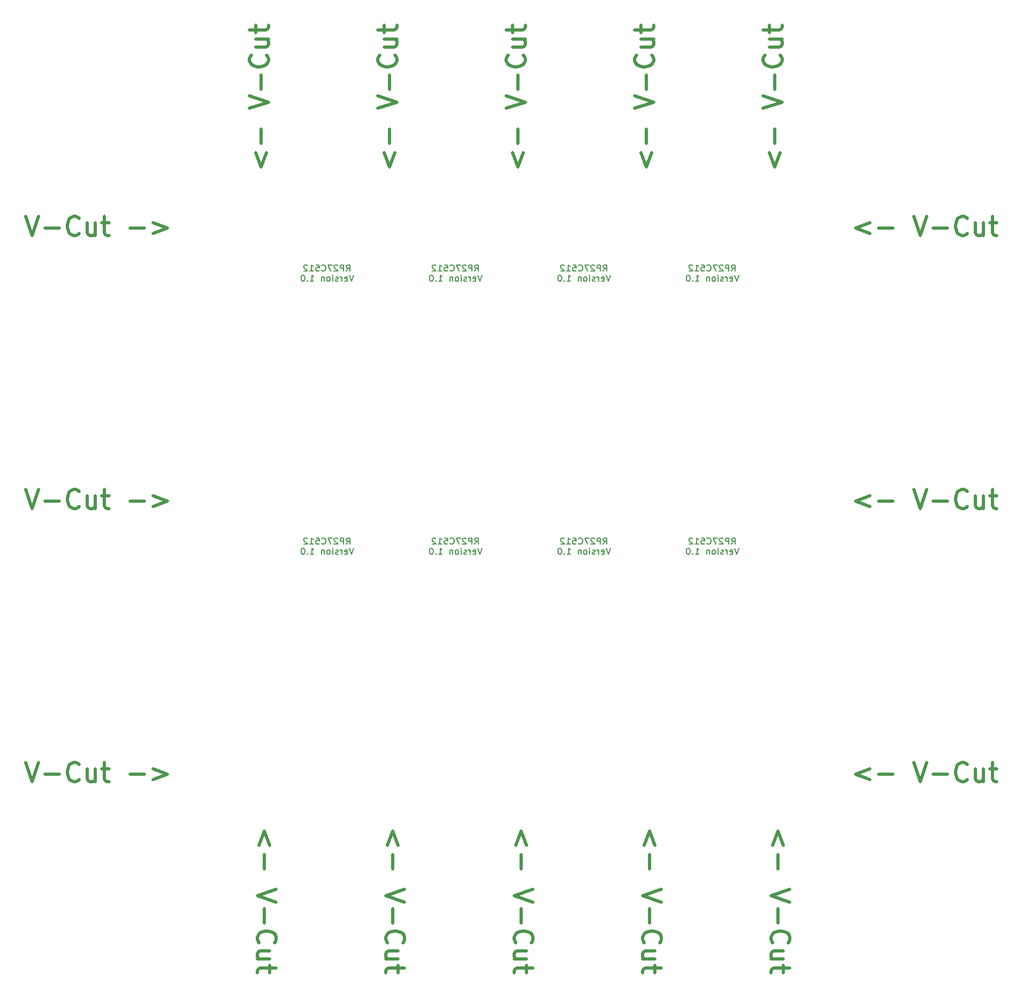
<source format=gbo>
%TF.GenerationSoftware,KiCad,Pcbnew,8.0.6*%
%TF.CreationDate,2024-10-27T05:06:58+09:00*%
%TF.ProjectId,rp27c512-panel,72703237-6335-4313-922d-70616e656c2e,rev?*%
%TF.SameCoordinates,Original*%
%TF.FileFunction,Legend,Bot*%
%TF.FilePolarity,Positive*%
%FSLAX46Y46*%
G04 Gerber Fmt 4.6, Leading zero omitted, Abs format (unit mm)*
G04 Created by KiCad (PCBNEW 8.0.6) date 2024-10-27 05:06:58*
%MOMM*%
%LPD*%
G01*
G04 APERTURE LIST*
%ADD10C,0.500000*%
%ADD11C,0.200000*%
G04 APERTURE END LIST*
D10*
X48874661Y-55026857D02*
X49874661Y-58026857D01*
X49874661Y-58026857D02*
X50874661Y-55026857D01*
X51874661Y-56884000D02*
X54160376Y-56884000D01*
X57303233Y-57741142D02*
X57160376Y-57884000D01*
X57160376Y-57884000D02*
X56731804Y-58026857D01*
X56731804Y-58026857D02*
X56446090Y-58026857D01*
X56446090Y-58026857D02*
X56017519Y-57884000D01*
X56017519Y-57884000D02*
X55731804Y-57598285D01*
X55731804Y-57598285D02*
X55588947Y-57312571D01*
X55588947Y-57312571D02*
X55446090Y-56741142D01*
X55446090Y-56741142D02*
X55446090Y-56312571D01*
X55446090Y-56312571D02*
X55588947Y-55741142D01*
X55588947Y-55741142D02*
X55731804Y-55455428D01*
X55731804Y-55455428D02*
X56017519Y-55169714D01*
X56017519Y-55169714D02*
X56446090Y-55026857D01*
X56446090Y-55026857D02*
X56731804Y-55026857D01*
X56731804Y-55026857D02*
X57160376Y-55169714D01*
X57160376Y-55169714D02*
X57303233Y-55312571D01*
X59874662Y-56026857D02*
X59874662Y-58026857D01*
X58588947Y-56026857D02*
X58588947Y-57598285D01*
X58588947Y-57598285D02*
X58731804Y-57884000D01*
X58731804Y-57884000D02*
X59017519Y-58026857D01*
X59017519Y-58026857D02*
X59446090Y-58026857D01*
X59446090Y-58026857D02*
X59731804Y-57884000D01*
X59731804Y-57884000D02*
X59874662Y-57741142D01*
X60874662Y-56026857D02*
X62017519Y-56026857D01*
X61303233Y-55026857D02*
X61303233Y-57598285D01*
X61303233Y-57598285D02*
X61446090Y-57884000D01*
X61446090Y-57884000D02*
X61731805Y-58026857D01*
X61731805Y-58026857D02*
X62017519Y-58026857D01*
X65303233Y-56884000D02*
X67588948Y-56884000D01*
X69017519Y-56026857D02*
X71303234Y-56884000D01*
X71303234Y-56884000D02*
X69017519Y-57741142D01*
X48874661Y-98206857D02*
X49874661Y-101206857D01*
X49874661Y-101206857D02*
X50874661Y-98206857D01*
X51874661Y-100064000D02*
X54160376Y-100064000D01*
X57303233Y-100921142D02*
X57160376Y-101064000D01*
X57160376Y-101064000D02*
X56731804Y-101206857D01*
X56731804Y-101206857D02*
X56446090Y-101206857D01*
X56446090Y-101206857D02*
X56017519Y-101064000D01*
X56017519Y-101064000D02*
X55731804Y-100778285D01*
X55731804Y-100778285D02*
X55588947Y-100492571D01*
X55588947Y-100492571D02*
X55446090Y-99921142D01*
X55446090Y-99921142D02*
X55446090Y-99492571D01*
X55446090Y-99492571D02*
X55588947Y-98921142D01*
X55588947Y-98921142D02*
X55731804Y-98635428D01*
X55731804Y-98635428D02*
X56017519Y-98349714D01*
X56017519Y-98349714D02*
X56446090Y-98206857D01*
X56446090Y-98206857D02*
X56731804Y-98206857D01*
X56731804Y-98206857D02*
X57160376Y-98349714D01*
X57160376Y-98349714D02*
X57303233Y-98492571D01*
X59874662Y-99206857D02*
X59874662Y-101206857D01*
X58588947Y-99206857D02*
X58588947Y-100778285D01*
X58588947Y-100778285D02*
X58731804Y-101064000D01*
X58731804Y-101064000D02*
X59017519Y-101206857D01*
X59017519Y-101206857D02*
X59446090Y-101206857D01*
X59446090Y-101206857D02*
X59731804Y-101064000D01*
X59731804Y-101064000D02*
X59874662Y-100921142D01*
X60874662Y-99206857D02*
X62017519Y-99206857D01*
X61303233Y-98206857D02*
X61303233Y-100778285D01*
X61303233Y-100778285D02*
X61446090Y-101064000D01*
X61446090Y-101064000D02*
X61731805Y-101206857D01*
X61731805Y-101206857D02*
X62017519Y-101206857D01*
X65303233Y-100064000D02*
X67588948Y-100064000D01*
X69017519Y-99206857D02*
X71303234Y-100064000D01*
X71303234Y-100064000D02*
X69017519Y-100921142D01*
X48874661Y-141386857D02*
X49874661Y-144386857D01*
X49874661Y-144386857D02*
X50874661Y-141386857D01*
X51874661Y-143244000D02*
X54160376Y-143244000D01*
X57303233Y-144101142D02*
X57160376Y-144244000D01*
X57160376Y-144244000D02*
X56731804Y-144386857D01*
X56731804Y-144386857D02*
X56446090Y-144386857D01*
X56446090Y-144386857D02*
X56017519Y-144244000D01*
X56017519Y-144244000D02*
X55731804Y-143958285D01*
X55731804Y-143958285D02*
X55588947Y-143672571D01*
X55588947Y-143672571D02*
X55446090Y-143101142D01*
X55446090Y-143101142D02*
X55446090Y-142672571D01*
X55446090Y-142672571D02*
X55588947Y-142101142D01*
X55588947Y-142101142D02*
X55731804Y-141815428D01*
X55731804Y-141815428D02*
X56017519Y-141529714D01*
X56017519Y-141529714D02*
X56446090Y-141386857D01*
X56446090Y-141386857D02*
X56731804Y-141386857D01*
X56731804Y-141386857D02*
X57160376Y-141529714D01*
X57160376Y-141529714D02*
X57303233Y-141672571D01*
X59874662Y-142386857D02*
X59874662Y-144386857D01*
X58588947Y-142386857D02*
X58588947Y-143958285D01*
X58588947Y-143958285D02*
X58731804Y-144244000D01*
X58731804Y-144244000D02*
X59017519Y-144386857D01*
X59017519Y-144386857D02*
X59446090Y-144386857D01*
X59446090Y-144386857D02*
X59731804Y-144244000D01*
X59731804Y-144244000D02*
X59874662Y-144101142D01*
X60874662Y-142386857D02*
X62017519Y-142386857D01*
X61303233Y-141386857D02*
X61303233Y-143958285D01*
X61303233Y-143958285D02*
X61446090Y-144244000D01*
X61446090Y-144244000D02*
X61731805Y-144386857D01*
X61731805Y-144386857D02*
X62017519Y-144386857D01*
X65303233Y-143244000D02*
X67588948Y-143244000D01*
X69017519Y-142386857D02*
X71303234Y-143244000D01*
X71303234Y-143244000D02*
X69017519Y-144101142D01*
X87483142Y-154458947D02*
X86626000Y-152173232D01*
X86626000Y-152173232D02*
X85768857Y-154458947D01*
X86626000Y-155887518D02*
X86626000Y-158173233D01*
X88483142Y-161458947D02*
X85483142Y-162458947D01*
X85483142Y-162458947D02*
X88483142Y-163458947D01*
X86626000Y-164458947D02*
X86626000Y-166744662D01*
X85768857Y-169887519D02*
X85626000Y-169744662D01*
X85626000Y-169744662D02*
X85483142Y-169316090D01*
X85483142Y-169316090D02*
X85483142Y-169030376D01*
X85483142Y-169030376D02*
X85626000Y-168601805D01*
X85626000Y-168601805D02*
X85911714Y-168316090D01*
X85911714Y-168316090D02*
X86197428Y-168173233D01*
X86197428Y-168173233D02*
X86768857Y-168030376D01*
X86768857Y-168030376D02*
X87197428Y-168030376D01*
X87197428Y-168030376D02*
X87768857Y-168173233D01*
X87768857Y-168173233D02*
X88054571Y-168316090D01*
X88054571Y-168316090D02*
X88340285Y-168601805D01*
X88340285Y-168601805D02*
X88483142Y-169030376D01*
X88483142Y-169030376D02*
X88483142Y-169316090D01*
X88483142Y-169316090D02*
X88340285Y-169744662D01*
X88340285Y-169744662D02*
X88197428Y-169887519D01*
X87483142Y-172458948D02*
X85483142Y-172458948D01*
X87483142Y-171173233D02*
X85911714Y-171173233D01*
X85911714Y-171173233D02*
X85626000Y-171316090D01*
X85626000Y-171316090D02*
X85483142Y-171601805D01*
X85483142Y-171601805D02*
X85483142Y-172030376D01*
X85483142Y-172030376D02*
X85626000Y-172316090D01*
X85626000Y-172316090D02*
X85768857Y-172458948D01*
X87483142Y-173458948D02*
X87483142Y-174601805D01*
X88483142Y-173887519D02*
X85911714Y-173887519D01*
X85911714Y-173887519D02*
X85626000Y-174030376D01*
X85626000Y-174030376D02*
X85483142Y-174316091D01*
X85483142Y-174316091D02*
X85483142Y-174601805D01*
X107803142Y-154458947D02*
X106946000Y-152173232D01*
X106946000Y-152173232D02*
X106088857Y-154458947D01*
X106946000Y-155887518D02*
X106946000Y-158173233D01*
X108803142Y-161458947D02*
X105803142Y-162458947D01*
X105803142Y-162458947D02*
X108803142Y-163458947D01*
X106946000Y-164458947D02*
X106946000Y-166744662D01*
X106088857Y-169887519D02*
X105946000Y-169744662D01*
X105946000Y-169744662D02*
X105803142Y-169316090D01*
X105803142Y-169316090D02*
X105803142Y-169030376D01*
X105803142Y-169030376D02*
X105946000Y-168601805D01*
X105946000Y-168601805D02*
X106231714Y-168316090D01*
X106231714Y-168316090D02*
X106517428Y-168173233D01*
X106517428Y-168173233D02*
X107088857Y-168030376D01*
X107088857Y-168030376D02*
X107517428Y-168030376D01*
X107517428Y-168030376D02*
X108088857Y-168173233D01*
X108088857Y-168173233D02*
X108374571Y-168316090D01*
X108374571Y-168316090D02*
X108660285Y-168601805D01*
X108660285Y-168601805D02*
X108803142Y-169030376D01*
X108803142Y-169030376D02*
X108803142Y-169316090D01*
X108803142Y-169316090D02*
X108660285Y-169744662D01*
X108660285Y-169744662D02*
X108517428Y-169887519D01*
X107803142Y-172458948D02*
X105803142Y-172458948D01*
X107803142Y-171173233D02*
X106231714Y-171173233D01*
X106231714Y-171173233D02*
X105946000Y-171316090D01*
X105946000Y-171316090D02*
X105803142Y-171601805D01*
X105803142Y-171601805D02*
X105803142Y-172030376D01*
X105803142Y-172030376D02*
X105946000Y-172316090D01*
X105946000Y-172316090D02*
X106088857Y-172458948D01*
X107803142Y-173458948D02*
X107803142Y-174601805D01*
X108803142Y-173887519D02*
X106231714Y-173887519D01*
X106231714Y-173887519D02*
X105946000Y-174030376D01*
X105946000Y-174030376D02*
X105803142Y-174316091D01*
X105803142Y-174316091D02*
X105803142Y-174601805D01*
X128123142Y-154458947D02*
X127266000Y-152173232D01*
X127266000Y-152173232D02*
X126408857Y-154458947D01*
X127266000Y-155887518D02*
X127266000Y-158173233D01*
X129123142Y-161458947D02*
X126123142Y-162458947D01*
X126123142Y-162458947D02*
X129123142Y-163458947D01*
X127266000Y-164458947D02*
X127266000Y-166744662D01*
X126408857Y-169887519D02*
X126266000Y-169744662D01*
X126266000Y-169744662D02*
X126123142Y-169316090D01*
X126123142Y-169316090D02*
X126123142Y-169030376D01*
X126123142Y-169030376D02*
X126266000Y-168601805D01*
X126266000Y-168601805D02*
X126551714Y-168316090D01*
X126551714Y-168316090D02*
X126837428Y-168173233D01*
X126837428Y-168173233D02*
X127408857Y-168030376D01*
X127408857Y-168030376D02*
X127837428Y-168030376D01*
X127837428Y-168030376D02*
X128408857Y-168173233D01*
X128408857Y-168173233D02*
X128694571Y-168316090D01*
X128694571Y-168316090D02*
X128980285Y-168601805D01*
X128980285Y-168601805D02*
X129123142Y-169030376D01*
X129123142Y-169030376D02*
X129123142Y-169316090D01*
X129123142Y-169316090D02*
X128980285Y-169744662D01*
X128980285Y-169744662D02*
X128837428Y-169887519D01*
X128123142Y-172458948D02*
X126123142Y-172458948D01*
X128123142Y-171173233D02*
X126551714Y-171173233D01*
X126551714Y-171173233D02*
X126266000Y-171316090D01*
X126266000Y-171316090D02*
X126123142Y-171601805D01*
X126123142Y-171601805D02*
X126123142Y-172030376D01*
X126123142Y-172030376D02*
X126266000Y-172316090D01*
X126266000Y-172316090D02*
X126408857Y-172458948D01*
X128123142Y-173458948D02*
X128123142Y-174601805D01*
X129123142Y-173887519D02*
X126551714Y-173887519D01*
X126551714Y-173887519D02*
X126266000Y-174030376D01*
X126266000Y-174030376D02*
X126123142Y-174316091D01*
X126123142Y-174316091D02*
X126123142Y-174601805D01*
X148443142Y-154458947D02*
X147586000Y-152173232D01*
X147586000Y-152173232D02*
X146728857Y-154458947D01*
X147586000Y-155887518D02*
X147586000Y-158173233D01*
X149443142Y-161458947D02*
X146443142Y-162458947D01*
X146443142Y-162458947D02*
X149443142Y-163458947D01*
X147586000Y-164458947D02*
X147586000Y-166744662D01*
X146728857Y-169887519D02*
X146586000Y-169744662D01*
X146586000Y-169744662D02*
X146443142Y-169316090D01*
X146443142Y-169316090D02*
X146443142Y-169030376D01*
X146443142Y-169030376D02*
X146586000Y-168601805D01*
X146586000Y-168601805D02*
X146871714Y-168316090D01*
X146871714Y-168316090D02*
X147157428Y-168173233D01*
X147157428Y-168173233D02*
X147728857Y-168030376D01*
X147728857Y-168030376D02*
X148157428Y-168030376D01*
X148157428Y-168030376D02*
X148728857Y-168173233D01*
X148728857Y-168173233D02*
X149014571Y-168316090D01*
X149014571Y-168316090D02*
X149300285Y-168601805D01*
X149300285Y-168601805D02*
X149443142Y-169030376D01*
X149443142Y-169030376D02*
X149443142Y-169316090D01*
X149443142Y-169316090D02*
X149300285Y-169744662D01*
X149300285Y-169744662D02*
X149157428Y-169887519D01*
X148443142Y-172458948D02*
X146443142Y-172458948D01*
X148443142Y-171173233D02*
X146871714Y-171173233D01*
X146871714Y-171173233D02*
X146586000Y-171316090D01*
X146586000Y-171316090D02*
X146443142Y-171601805D01*
X146443142Y-171601805D02*
X146443142Y-172030376D01*
X146443142Y-172030376D02*
X146586000Y-172316090D01*
X146586000Y-172316090D02*
X146728857Y-172458948D01*
X148443142Y-173458948D02*
X148443142Y-174601805D01*
X149443142Y-173887519D02*
X146871714Y-173887519D01*
X146871714Y-173887519D02*
X146586000Y-174030376D01*
X146586000Y-174030376D02*
X146443142Y-174316091D01*
X146443142Y-174316091D02*
X146443142Y-174601805D01*
X168763142Y-154458947D02*
X167906000Y-152173232D01*
X167906000Y-152173232D02*
X167048857Y-154458947D01*
X167906000Y-155887518D02*
X167906000Y-158173233D01*
X169763142Y-161458947D02*
X166763142Y-162458947D01*
X166763142Y-162458947D02*
X169763142Y-163458947D01*
X167906000Y-164458947D02*
X167906000Y-166744662D01*
X167048857Y-169887519D02*
X166906000Y-169744662D01*
X166906000Y-169744662D02*
X166763142Y-169316090D01*
X166763142Y-169316090D02*
X166763142Y-169030376D01*
X166763142Y-169030376D02*
X166906000Y-168601805D01*
X166906000Y-168601805D02*
X167191714Y-168316090D01*
X167191714Y-168316090D02*
X167477428Y-168173233D01*
X167477428Y-168173233D02*
X168048857Y-168030376D01*
X168048857Y-168030376D02*
X168477428Y-168030376D01*
X168477428Y-168030376D02*
X169048857Y-168173233D01*
X169048857Y-168173233D02*
X169334571Y-168316090D01*
X169334571Y-168316090D02*
X169620285Y-168601805D01*
X169620285Y-168601805D02*
X169763142Y-169030376D01*
X169763142Y-169030376D02*
X169763142Y-169316090D01*
X169763142Y-169316090D02*
X169620285Y-169744662D01*
X169620285Y-169744662D02*
X169477428Y-169887519D01*
X168763142Y-172458948D02*
X166763142Y-172458948D01*
X168763142Y-171173233D02*
X167191714Y-171173233D01*
X167191714Y-171173233D02*
X166906000Y-171316090D01*
X166906000Y-171316090D02*
X166763142Y-171601805D01*
X166763142Y-171601805D02*
X166763142Y-172030376D01*
X166763142Y-172030376D02*
X166906000Y-172316090D01*
X166906000Y-172316090D02*
X167048857Y-172458948D01*
X168763142Y-173458948D02*
X168763142Y-174601805D01*
X169763142Y-173887519D02*
X167191714Y-173887519D01*
X167191714Y-173887519D02*
X166906000Y-174030376D01*
X166906000Y-174030376D02*
X166763142Y-174316091D01*
X166763142Y-174316091D02*
X166763142Y-174601805D01*
X85236857Y-44931053D02*
X86094000Y-47216767D01*
X86094000Y-47216767D02*
X86951142Y-44931053D01*
X86094000Y-43502481D02*
X86094000Y-41216767D01*
X84236857Y-37931052D02*
X87236857Y-36931052D01*
X87236857Y-36931052D02*
X84236857Y-35931052D01*
X86094000Y-34931052D02*
X86094000Y-32645338D01*
X86951142Y-29502480D02*
X87094000Y-29645337D01*
X87094000Y-29645337D02*
X87236857Y-30073909D01*
X87236857Y-30073909D02*
X87236857Y-30359623D01*
X87236857Y-30359623D02*
X87094000Y-30788194D01*
X87094000Y-30788194D02*
X86808285Y-31073909D01*
X86808285Y-31073909D02*
X86522571Y-31216766D01*
X86522571Y-31216766D02*
X85951142Y-31359623D01*
X85951142Y-31359623D02*
X85522571Y-31359623D01*
X85522571Y-31359623D02*
X84951142Y-31216766D01*
X84951142Y-31216766D02*
X84665428Y-31073909D01*
X84665428Y-31073909D02*
X84379714Y-30788194D01*
X84379714Y-30788194D02*
X84236857Y-30359623D01*
X84236857Y-30359623D02*
X84236857Y-30073909D01*
X84236857Y-30073909D02*
X84379714Y-29645337D01*
X84379714Y-29645337D02*
X84522571Y-29502480D01*
X85236857Y-26931052D02*
X87236857Y-26931052D01*
X85236857Y-28216766D02*
X86808285Y-28216766D01*
X86808285Y-28216766D02*
X87094000Y-28073909D01*
X87094000Y-28073909D02*
X87236857Y-27788194D01*
X87236857Y-27788194D02*
X87236857Y-27359623D01*
X87236857Y-27359623D02*
X87094000Y-27073909D01*
X87094000Y-27073909D02*
X86951142Y-26931052D01*
X85236857Y-25931051D02*
X85236857Y-24788194D01*
X84236857Y-25502480D02*
X86808285Y-25502480D01*
X86808285Y-25502480D02*
X87094000Y-25359623D01*
X87094000Y-25359623D02*
X87236857Y-25073908D01*
X87236857Y-25073908D02*
X87236857Y-24788194D01*
X105556857Y-44931053D02*
X106414000Y-47216767D01*
X106414000Y-47216767D02*
X107271142Y-44931053D01*
X106414000Y-43502481D02*
X106414000Y-41216767D01*
X104556857Y-37931052D02*
X107556857Y-36931052D01*
X107556857Y-36931052D02*
X104556857Y-35931052D01*
X106414000Y-34931052D02*
X106414000Y-32645338D01*
X107271142Y-29502480D02*
X107414000Y-29645337D01*
X107414000Y-29645337D02*
X107556857Y-30073909D01*
X107556857Y-30073909D02*
X107556857Y-30359623D01*
X107556857Y-30359623D02*
X107414000Y-30788194D01*
X107414000Y-30788194D02*
X107128285Y-31073909D01*
X107128285Y-31073909D02*
X106842571Y-31216766D01*
X106842571Y-31216766D02*
X106271142Y-31359623D01*
X106271142Y-31359623D02*
X105842571Y-31359623D01*
X105842571Y-31359623D02*
X105271142Y-31216766D01*
X105271142Y-31216766D02*
X104985428Y-31073909D01*
X104985428Y-31073909D02*
X104699714Y-30788194D01*
X104699714Y-30788194D02*
X104556857Y-30359623D01*
X104556857Y-30359623D02*
X104556857Y-30073909D01*
X104556857Y-30073909D02*
X104699714Y-29645337D01*
X104699714Y-29645337D02*
X104842571Y-29502480D01*
X105556857Y-26931052D02*
X107556857Y-26931052D01*
X105556857Y-28216766D02*
X107128285Y-28216766D01*
X107128285Y-28216766D02*
X107414000Y-28073909D01*
X107414000Y-28073909D02*
X107556857Y-27788194D01*
X107556857Y-27788194D02*
X107556857Y-27359623D01*
X107556857Y-27359623D02*
X107414000Y-27073909D01*
X107414000Y-27073909D02*
X107271142Y-26931052D01*
X105556857Y-25931051D02*
X105556857Y-24788194D01*
X104556857Y-25502480D02*
X107128285Y-25502480D01*
X107128285Y-25502480D02*
X107414000Y-25359623D01*
X107414000Y-25359623D02*
X107556857Y-25073908D01*
X107556857Y-25073908D02*
X107556857Y-24788194D01*
X125876857Y-44931053D02*
X126734000Y-47216767D01*
X126734000Y-47216767D02*
X127591142Y-44931053D01*
X126734000Y-43502481D02*
X126734000Y-41216767D01*
X124876857Y-37931052D02*
X127876857Y-36931052D01*
X127876857Y-36931052D02*
X124876857Y-35931052D01*
X126734000Y-34931052D02*
X126734000Y-32645338D01*
X127591142Y-29502480D02*
X127734000Y-29645337D01*
X127734000Y-29645337D02*
X127876857Y-30073909D01*
X127876857Y-30073909D02*
X127876857Y-30359623D01*
X127876857Y-30359623D02*
X127734000Y-30788194D01*
X127734000Y-30788194D02*
X127448285Y-31073909D01*
X127448285Y-31073909D02*
X127162571Y-31216766D01*
X127162571Y-31216766D02*
X126591142Y-31359623D01*
X126591142Y-31359623D02*
X126162571Y-31359623D01*
X126162571Y-31359623D02*
X125591142Y-31216766D01*
X125591142Y-31216766D02*
X125305428Y-31073909D01*
X125305428Y-31073909D02*
X125019714Y-30788194D01*
X125019714Y-30788194D02*
X124876857Y-30359623D01*
X124876857Y-30359623D02*
X124876857Y-30073909D01*
X124876857Y-30073909D02*
X125019714Y-29645337D01*
X125019714Y-29645337D02*
X125162571Y-29502480D01*
X125876857Y-26931052D02*
X127876857Y-26931052D01*
X125876857Y-28216766D02*
X127448285Y-28216766D01*
X127448285Y-28216766D02*
X127734000Y-28073909D01*
X127734000Y-28073909D02*
X127876857Y-27788194D01*
X127876857Y-27788194D02*
X127876857Y-27359623D01*
X127876857Y-27359623D02*
X127734000Y-27073909D01*
X127734000Y-27073909D02*
X127591142Y-26931052D01*
X125876857Y-25931051D02*
X125876857Y-24788194D01*
X124876857Y-25502480D02*
X127448285Y-25502480D01*
X127448285Y-25502480D02*
X127734000Y-25359623D01*
X127734000Y-25359623D02*
X127876857Y-25073908D01*
X127876857Y-25073908D02*
X127876857Y-24788194D01*
X146196857Y-44931053D02*
X147054000Y-47216767D01*
X147054000Y-47216767D02*
X147911142Y-44931053D01*
X147054000Y-43502481D02*
X147054000Y-41216767D01*
X145196857Y-37931052D02*
X148196857Y-36931052D01*
X148196857Y-36931052D02*
X145196857Y-35931052D01*
X147054000Y-34931052D02*
X147054000Y-32645338D01*
X147911142Y-29502480D02*
X148054000Y-29645337D01*
X148054000Y-29645337D02*
X148196857Y-30073909D01*
X148196857Y-30073909D02*
X148196857Y-30359623D01*
X148196857Y-30359623D02*
X148054000Y-30788194D01*
X148054000Y-30788194D02*
X147768285Y-31073909D01*
X147768285Y-31073909D02*
X147482571Y-31216766D01*
X147482571Y-31216766D02*
X146911142Y-31359623D01*
X146911142Y-31359623D02*
X146482571Y-31359623D01*
X146482571Y-31359623D02*
X145911142Y-31216766D01*
X145911142Y-31216766D02*
X145625428Y-31073909D01*
X145625428Y-31073909D02*
X145339714Y-30788194D01*
X145339714Y-30788194D02*
X145196857Y-30359623D01*
X145196857Y-30359623D02*
X145196857Y-30073909D01*
X145196857Y-30073909D02*
X145339714Y-29645337D01*
X145339714Y-29645337D02*
X145482571Y-29502480D01*
X146196857Y-26931052D02*
X148196857Y-26931052D01*
X146196857Y-28216766D02*
X147768285Y-28216766D01*
X147768285Y-28216766D02*
X148054000Y-28073909D01*
X148054000Y-28073909D02*
X148196857Y-27788194D01*
X148196857Y-27788194D02*
X148196857Y-27359623D01*
X148196857Y-27359623D02*
X148054000Y-27073909D01*
X148054000Y-27073909D02*
X147911142Y-26931052D01*
X146196857Y-25931051D02*
X146196857Y-24788194D01*
X145196857Y-25502480D02*
X147768285Y-25502480D01*
X147768285Y-25502480D02*
X148054000Y-25359623D01*
X148054000Y-25359623D02*
X148196857Y-25073908D01*
X148196857Y-25073908D02*
X148196857Y-24788194D01*
X166516857Y-44931053D02*
X167374000Y-47216767D01*
X167374000Y-47216767D02*
X168231142Y-44931053D01*
X167374000Y-43502481D02*
X167374000Y-41216767D01*
X165516857Y-37931052D02*
X168516857Y-36931052D01*
X168516857Y-36931052D02*
X165516857Y-35931052D01*
X167374000Y-34931052D02*
X167374000Y-32645338D01*
X168231142Y-29502480D02*
X168374000Y-29645337D01*
X168374000Y-29645337D02*
X168516857Y-30073909D01*
X168516857Y-30073909D02*
X168516857Y-30359623D01*
X168516857Y-30359623D02*
X168374000Y-30788194D01*
X168374000Y-30788194D02*
X168088285Y-31073909D01*
X168088285Y-31073909D02*
X167802571Y-31216766D01*
X167802571Y-31216766D02*
X167231142Y-31359623D01*
X167231142Y-31359623D02*
X166802571Y-31359623D01*
X166802571Y-31359623D02*
X166231142Y-31216766D01*
X166231142Y-31216766D02*
X165945428Y-31073909D01*
X165945428Y-31073909D02*
X165659714Y-30788194D01*
X165659714Y-30788194D02*
X165516857Y-30359623D01*
X165516857Y-30359623D02*
X165516857Y-30073909D01*
X165516857Y-30073909D02*
X165659714Y-29645337D01*
X165659714Y-29645337D02*
X165802571Y-29502480D01*
X166516857Y-26931052D02*
X168516857Y-26931052D01*
X166516857Y-28216766D02*
X168088285Y-28216766D01*
X168088285Y-28216766D02*
X168374000Y-28073909D01*
X168374000Y-28073909D02*
X168516857Y-27788194D01*
X168516857Y-27788194D02*
X168516857Y-27359623D01*
X168516857Y-27359623D02*
X168374000Y-27073909D01*
X168374000Y-27073909D02*
X168231142Y-26931052D01*
X166516857Y-25931051D02*
X166516857Y-24788194D01*
X165516857Y-25502480D02*
X168088285Y-25502480D01*
X168088285Y-25502480D02*
X168374000Y-25359623D01*
X168374000Y-25359623D02*
X168516857Y-25073908D01*
X168516857Y-25073908D02*
X168516857Y-24788194D01*
X182398947Y-142386857D02*
X180113232Y-143244000D01*
X180113232Y-143244000D02*
X182398947Y-144101142D01*
X183827518Y-143244000D02*
X186113233Y-143244000D01*
X189398947Y-141386857D02*
X190398947Y-144386857D01*
X190398947Y-144386857D02*
X191398947Y-141386857D01*
X192398947Y-143244000D02*
X194684662Y-143244000D01*
X197827519Y-144101142D02*
X197684662Y-144244000D01*
X197684662Y-144244000D02*
X197256090Y-144386857D01*
X197256090Y-144386857D02*
X196970376Y-144386857D01*
X196970376Y-144386857D02*
X196541805Y-144244000D01*
X196541805Y-144244000D02*
X196256090Y-143958285D01*
X196256090Y-143958285D02*
X196113233Y-143672571D01*
X196113233Y-143672571D02*
X195970376Y-143101142D01*
X195970376Y-143101142D02*
X195970376Y-142672571D01*
X195970376Y-142672571D02*
X196113233Y-142101142D01*
X196113233Y-142101142D02*
X196256090Y-141815428D01*
X196256090Y-141815428D02*
X196541805Y-141529714D01*
X196541805Y-141529714D02*
X196970376Y-141386857D01*
X196970376Y-141386857D02*
X197256090Y-141386857D01*
X197256090Y-141386857D02*
X197684662Y-141529714D01*
X197684662Y-141529714D02*
X197827519Y-141672571D01*
X200398948Y-142386857D02*
X200398948Y-144386857D01*
X199113233Y-142386857D02*
X199113233Y-143958285D01*
X199113233Y-143958285D02*
X199256090Y-144244000D01*
X199256090Y-144244000D02*
X199541805Y-144386857D01*
X199541805Y-144386857D02*
X199970376Y-144386857D01*
X199970376Y-144386857D02*
X200256090Y-144244000D01*
X200256090Y-144244000D02*
X200398948Y-144101142D01*
X201398948Y-142386857D02*
X202541805Y-142386857D01*
X201827519Y-141386857D02*
X201827519Y-143958285D01*
X201827519Y-143958285D02*
X201970376Y-144244000D01*
X201970376Y-144244000D02*
X202256091Y-144386857D01*
X202256091Y-144386857D02*
X202541805Y-144386857D01*
X182398947Y-99206857D02*
X180113232Y-100064000D01*
X180113232Y-100064000D02*
X182398947Y-100921142D01*
X183827518Y-100064000D02*
X186113233Y-100064000D01*
X189398947Y-98206857D02*
X190398947Y-101206857D01*
X190398947Y-101206857D02*
X191398947Y-98206857D01*
X192398947Y-100064000D02*
X194684662Y-100064000D01*
X197827519Y-100921142D02*
X197684662Y-101064000D01*
X197684662Y-101064000D02*
X197256090Y-101206857D01*
X197256090Y-101206857D02*
X196970376Y-101206857D01*
X196970376Y-101206857D02*
X196541805Y-101064000D01*
X196541805Y-101064000D02*
X196256090Y-100778285D01*
X196256090Y-100778285D02*
X196113233Y-100492571D01*
X196113233Y-100492571D02*
X195970376Y-99921142D01*
X195970376Y-99921142D02*
X195970376Y-99492571D01*
X195970376Y-99492571D02*
X196113233Y-98921142D01*
X196113233Y-98921142D02*
X196256090Y-98635428D01*
X196256090Y-98635428D02*
X196541805Y-98349714D01*
X196541805Y-98349714D02*
X196970376Y-98206857D01*
X196970376Y-98206857D02*
X197256090Y-98206857D01*
X197256090Y-98206857D02*
X197684662Y-98349714D01*
X197684662Y-98349714D02*
X197827519Y-98492571D01*
X200398948Y-99206857D02*
X200398948Y-101206857D01*
X199113233Y-99206857D02*
X199113233Y-100778285D01*
X199113233Y-100778285D02*
X199256090Y-101064000D01*
X199256090Y-101064000D02*
X199541805Y-101206857D01*
X199541805Y-101206857D02*
X199970376Y-101206857D01*
X199970376Y-101206857D02*
X200256090Y-101064000D01*
X200256090Y-101064000D02*
X200398948Y-100921142D01*
X201398948Y-99206857D02*
X202541805Y-99206857D01*
X201827519Y-98206857D02*
X201827519Y-100778285D01*
X201827519Y-100778285D02*
X201970376Y-101064000D01*
X201970376Y-101064000D02*
X202256091Y-101206857D01*
X202256091Y-101206857D02*
X202541805Y-101206857D01*
X182398947Y-56026857D02*
X180113232Y-56884000D01*
X180113232Y-56884000D02*
X182398947Y-57741142D01*
X183827518Y-56884000D02*
X186113233Y-56884000D01*
X189398947Y-55026857D02*
X190398947Y-58026857D01*
X190398947Y-58026857D02*
X191398947Y-55026857D01*
X192398947Y-56884000D02*
X194684662Y-56884000D01*
X197827519Y-57741142D02*
X197684662Y-57884000D01*
X197684662Y-57884000D02*
X197256090Y-58026857D01*
X197256090Y-58026857D02*
X196970376Y-58026857D01*
X196970376Y-58026857D02*
X196541805Y-57884000D01*
X196541805Y-57884000D02*
X196256090Y-57598285D01*
X196256090Y-57598285D02*
X196113233Y-57312571D01*
X196113233Y-57312571D02*
X195970376Y-56741142D01*
X195970376Y-56741142D02*
X195970376Y-56312571D01*
X195970376Y-56312571D02*
X196113233Y-55741142D01*
X196113233Y-55741142D02*
X196256090Y-55455428D01*
X196256090Y-55455428D02*
X196541805Y-55169714D01*
X196541805Y-55169714D02*
X196970376Y-55026857D01*
X196970376Y-55026857D02*
X197256090Y-55026857D01*
X197256090Y-55026857D02*
X197684662Y-55169714D01*
X197684662Y-55169714D02*
X197827519Y-55312571D01*
X200398948Y-56026857D02*
X200398948Y-58026857D01*
X199113233Y-56026857D02*
X199113233Y-57598285D01*
X199113233Y-57598285D02*
X199256090Y-57884000D01*
X199256090Y-57884000D02*
X199541805Y-58026857D01*
X199541805Y-58026857D02*
X199970376Y-58026857D01*
X199970376Y-58026857D02*
X200256090Y-57884000D01*
X200256090Y-57884000D02*
X200398948Y-57741142D01*
X201398948Y-56026857D02*
X202541805Y-56026857D01*
X201827519Y-55026857D02*
X201827519Y-57598285D01*
X201827519Y-57598285D02*
X201970376Y-57884000D01*
X201970376Y-57884000D02*
X202256091Y-58026857D01*
X202256091Y-58026857D02*
X202541805Y-58026857D01*
D11*
X160551428Y-106842275D02*
X160884761Y-106366084D01*
X161122856Y-106842275D02*
X161122856Y-105842275D01*
X161122856Y-105842275D02*
X160741904Y-105842275D01*
X160741904Y-105842275D02*
X160646666Y-105889894D01*
X160646666Y-105889894D02*
X160599047Y-105937513D01*
X160599047Y-105937513D02*
X160551428Y-106032751D01*
X160551428Y-106032751D02*
X160551428Y-106175608D01*
X160551428Y-106175608D02*
X160599047Y-106270846D01*
X160599047Y-106270846D02*
X160646666Y-106318465D01*
X160646666Y-106318465D02*
X160741904Y-106366084D01*
X160741904Y-106366084D02*
X161122856Y-106366084D01*
X160122856Y-106842275D02*
X160122856Y-105842275D01*
X160122856Y-105842275D02*
X159741904Y-105842275D01*
X159741904Y-105842275D02*
X159646666Y-105889894D01*
X159646666Y-105889894D02*
X159599047Y-105937513D01*
X159599047Y-105937513D02*
X159551428Y-106032751D01*
X159551428Y-106032751D02*
X159551428Y-106175608D01*
X159551428Y-106175608D02*
X159599047Y-106270846D01*
X159599047Y-106270846D02*
X159646666Y-106318465D01*
X159646666Y-106318465D02*
X159741904Y-106366084D01*
X159741904Y-106366084D02*
X160122856Y-106366084D01*
X159170475Y-105937513D02*
X159122856Y-105889894D01*
X159122856Y-105889894D02*
X159027618Y-105842275D01*
X159027618Y-105842275D02*
X158789523Y-105842275D01*
X158789523Y-105842275D02*
X158694285Y-105889894D01*
X158694285Y-105889894D02*
X158646666Y-105937513D01*
X158646666Y-105937513D02*
X158599047Y-106032751D01*
X158599047Y-106032751D02*
X158599047Y-106127989D01*
X158599047Y-106127989D02*
X158646666Y-106270846D01*
X158646666Y-106270846D02*
X159218094Y-106842275D01*
X159218094Y-106842275D02*
X158599047Y-106842275D01*
X158265713Y-105842275D02*
X157599047Y-105842275D01*
X157599047Y-105842275D02*
X158027618Y-106842275D01*
X156646666Y-106747036D02*
X156694285Y-106794656D01*
X156694285Y-106794656D02*
X156837142Y-106842275D01*
X156837142Y-106842275D02*
X156932380Y-106842275D01*
X156932380Y-106842275D02*
X157075237Y-106794656D01*
X157075237Y-106794656D02*
X157170475Y-106699417D01*
X157170475Y-106699417D02*
X157218094Y-106604179D01*
X157218094Y-106604179D02*
X157265713Y-106413703D01*
X157265713Y-106413703D02*
X157265713Y-106270846D01*
X157265713Y-106270846D02*
X157218094Y-106080370D01*
X157218094Y-106080370D02*
X157170475Y-105985132D01*
X157170475Y-105985132D02*
X157075237Y-105889894D01*
X157075237Y-105889894D02*
X156932380Y-105842275D01*
X156932380Y-105842275D02*
X156837142Y-105842275D01*
X156837142Y-105842275D02*
X156694285Y-105889894D01*
X156694285Y-105889894D02*
X156646666Y-105937513D01*
X155741904Y-105842275D02*
X156218094Y-105842275D01*
X156218094Y-105842275D02*
X156265713Y-106318465D01*
X156265713Y-106318465D02*
X156218094Y-106270846D01*
X156218094Y-106270846D02*
X156122856Y-106223227D01*
X156122856Y-106223227D02*
X155884761Y-106223227D01*
X155884761Y-106223227D02*
X155789523Y-106270846D01*
X155789523Y-106270846D02*
X155741904Y-106318465D01*
X155741904Y-106318465D02*
X155694285Y-106413703D01*
X155694285Y-106413703D02*
X155694285Y-106651798D01*
X155694285Y-106651798D02*
X155741904Y-106747036D01*
X155741904Y-106747036D02*
X155789523Y-106794656D01*
X155789523Y-106794656D02*
X155884761Y-106842275D01*
X155884761Y-106842275D02*
X156122856Y-106842275D01*
X156122856Y-106842275D02*
X156218094Y-106794656D01*
X156218094Y-106794656D02*
X156265713Y-106747036D01*
X154741904Y-106842275D02*
X155313332Y-106842275D01*
X155027618Y-106842275D02*
X155027618Y-105842275D01*
X155027618Y-105842275D02*
X155122856Y-105985132D01*
X155122856Y-105985132D02*
X155218094Y-106080370D01*
X155218094Y-106080370D02*
X155313332Y-106127989D01*
X154360951Y-105937513D02*
X154313332Y-105889894D01*
X154313332Y-105889894D02*
X154218094Y-105842275D01*
X154218094Y-105842275D02*
X153979999Y-105842275D01*
X153979999Y-105842275D02*
X153884761Y-105889894D01*
X153884761Y-105889894D02*
X153837142Y-105937513D01*
X153837142Y-105937513D02*
X153789523Y-106032751D01*
X153789523Y-106032751D02*
X153789523Y-106127989D01*
X153789523Y-106127989D02*
X153837142Y-106270846D01*
X153837142Y-106270846D02*
X154408570Y-106842275D01*
X154408570Y-106842275D02*
X153789523Y-106842275D01*
X161670475Y-107452219D02*
X161337142Y-108452219D01*
X161337142Y-108452219D02*
X161003809Y-107452219D01*
X160289523Y-108404600D02*
X160384761Y-108452219D01*
X160384761Y-108452219D02*
X160575237Y-108452219D01*
X160575237Y-108452219D02*
X160670475Y-108404600D01*
X160670475Y-108404600D02*
X160718094Y-108309361D01*
X160718094Y-108309361D02*
X160718094Y-107928409D01*
X160718094Y-107928409D02*
X160670475Y-107833171D01*
X160670475Y-107833171D02*
X160575237Y-107785552D01*
X160575237Y-107785552D02*
X160384761Y-107785552D01*
X160384761Y-107785552D02*
X160289523Y-107833171D01*
X160289523Y-107833171D02*
X160241904Y-107928409D01*
X160241904Y-107928409D02*
X160241904Y-108023647D01*
X160241904Y-108023647D02*
X160718094Y-108118885D01*
X159813332Y-108452219D02*
X159813332Y-107785552D01*
X159813332Y-107976028D02*
X159765713Y-107880790D01*
X159765713Y-107880790D02*
X159718094Y-107833171D01*
X159718094Y-107833171D02*
X159622856Y-107785552D01*
X159622856Y-107785552D02*
X159527618Y-107785552D01*
X159241903Y-108404600D02*
X159146665Y-108452219D01*
X159146665Y-108452219D02*
X158956189Y-108452219D01*
X158956189Y-108452219D02*
X158860951Y-108404600D01*
X158860951Y-108404600D02*
X158813332Y-108309361D01*
X158813332Y-108309361D02*
X158813332Y-108261742D01*
X158813332Y-108261742D02*
X158860951Y-108166504D01*
X158860951Y-108166504D02*
X158956189Y-108118885D01*
X158956189Y-108118885D02*
X159099046Y-108118885D01*
X159099046Y-108118885D02*
X159194284Y-108071266D01*
X159194284Y-108071266D02*
X159241903Y-107976028D01*
X159241903Y-107976028D02*
X159241903Y-107928409D01*
X159241903Y-107928409D02*
X159194284Y-107833171D01*
X159194284Y-107833171D02*
X159099046Y-107785552D01*
X159099046Y-107785552D02*
X158956189Y-107785552D01*
X158956189Y-107785552D02*
X158860951Y-107833171D01*
X158384760Y-108452219D02*
X158384760Y-107785552D01*
X158384760Y-107452219D02*
X158432379Y-107499838D01*
X158432379Y-107499838D02*
X158384760Y-107547457D01*
X158384760Y-107547457D02*
X158337141Y-107499838D01*
X158337141Y-107499838D02*
X158384760Y-107452219D01*
X158384760Y-107452219D02*
X158384760Y-107547457D01*
X157765713Y-108452219D02*
X157860951Y-108404600D01*
X157860951Y-108404600D02*
X157908570Y-108356980D01*
X157908570Y-108356980D02*
X157956189Y-108261742D01*
X157956189Y-108261742D02*
X157956189Y-107976028D01*
X157956189Y-107976028D02*
X157908570Y-107880790D01*
X157908570Y-107880790D02*
X157860951Y-107833171D01*
X157860951Y-107833171D02*
X157765713Y-107785552D01*
X157765713Y-107785552D02*
X157622856Y-107785552D01*
X157622856Y-107785552D02*
X157527618Y-107833171D01*
X157527618Y-107833171D02*
X157479999Y-107880790D01*
X157479999Y-107880790D02*
X157432380Y-107976028D01*
X157432380Y-107976028D02*
X157432380Y-108261742D01*
X157432380Y-108261742D02*
X157479999Y-108356980D01*
X157479999Y-108356980D02*
X157527618Y-108404600D01*
X157527618Y-108404600D02*
X157622856Y-108452219D01*
X157622856Y-108452219D02*
X157765713Y-108452219D01*
X157003808Y-107785552D02*
X157003808Y-108452219D01*
X157003808Y-107880790D02*
X156956189Y-107833171D01*
X156956189Y-107833171D02*
X156860951Y-107785552D01*
X156860951Y-107785552D02*
X156718094Y-107785552D01*
X156718094Y-107785552D02*
X156622856Y-107833171D01*
X156622856Y-107833171D02*
X156575237Y-107928409D01*
X156575237Y-107928409D02*
X156575237Y-108452219D01*
X154813332Y-108452219D02*
X155384760Y-108452219D01*
X155099046Y-108452219D02*
X155099046Y-107452219D01*
X155099046Y-107452219D02*
X155194284Y-107595076D01*
X155194284Y-107595076D02*
X155289522Y-107690314D01*
X155289522Y-107690314D02*
X155384760Y-107737933D01*
X154384760Y-108356980D02*
X154337141Y-108404600D01*
X154337141Y-108404600D02*
X154384760Y-108452219D01*
X154384760Y-108452219D02*
X154432379Y-108404600D01*
X154432379Y-108404600D02*
X154384760Y-108356980D01*
X154384760Y-108356980D02*
X154384760Y-108452219D01*
X153718094Y-107452219D02*
X153622856Y-107452219D01*
X153622856Y-107452219D02*
X153527618Y-107499838D01*
X153527618Y-107499838D02*
X153479999Y-107547457D01*
X153479999Y-107547457D02*
X153432380Y-107642695D01*
X153432380Y-107642695D02*
X153384761Y-107833171D01*
X153384761Y-107833171D02*
X153384761Y-108071266D01*
X153384761Y-108071266D02*
X153432380Y-108261742D01*
X153432380Y-108261742D02*
X153479999Y-108356980D01*
X153479999Y-108356980D02*
X153527618Y-108404600D01*
X153527618Y-108404600D02*
X153622856Y-108452219D01*
X153622856Y-108452219D02*
X153718094Y-108452219D01*
X153718094Y-108452219D02*
X153813332Y-108404600D01*
X153813332Y-108404600D02*
X153860951Y-108356980D01*
X153860951Y-108356980D02*
X153908570Y-108261742D01*
X153908570Y-108261742D02*
X153956189Y-108071266D01*
X153956189Y-108071266D02*
X153956189Y-107833171D01*
X153956189Y-107833171D02*
X153908570Y-107642695D01*
X153908570Y-107642695D02*
X153860951Y-107547457D01*
X153860951Y-107547457D02*
X153813332Y-107499838D01*
X153813332Y-107499838D02*
X153718094Y-107452219D01*
X140231428Y-106842275D02*
X140564761Y-106366084D01*
X140802856Y-106842275D02*
X140802856Y-105842275D01*
X140802856Y-105842275D02*
X140421904Y-105842275D01*
X140421904Y-105842275D02*
X140326666Y-105889894D01*
X140326666Y-105889894D02*
X140279047Y-105937513D01*
X140279047Y-105937513D02*
X140231428Y-106032751D01*
X140231428Y-106032751D02*
X140231428Y-106175608D01*
X140231428Y-106175608D02*
X140279047Y-106270846D01*
X140279047Y-106270846D02*
X140326666Y-106318465D01*
X140326666Y-106318465D02*
X140421904Y-106366084D01*
X140421904Y-106366084D02*
X140802856Y-106366084D01*
X139802856Y-106842275D02*
X139802856Y-105842275D01*
X139802856Y-105842275D02*
X139421904Y-105842275D01*
X139421904Y-105842275D02*
X139326666Y-105889894D01*
X139326666Y-105889894D02*
X139279047Y-105937513D01*
X139279047Y-105937513D02*
X139231428Y-106032751D01*
X139231428Y-106032751D02*
X139231428Y-106175608D01*
X139231428Y-106175608D02*
X139279047Y-106270846D01*
X139279047Y-106270846D02*
X139326666Y-106318465D01*
X139326666Y-106318465D02*
X139421904Y-106366084D01*
X139421904Y-106366084D02*
X139802856Y-106366084D01*
X138850475Y-105937513D02*
X138802856Y-105889894D01*
X138802856Y-105889894D02*
X138707618Y-105842275D01*
X138707618Y-105842275D02*
X138469523Y-105842275D01*
X138469523Y-105842275D02*
X138374285Y-105889894D01*
X138374285Y-105889894D02*
X138326666Y-105937513D01*
X138326666Y-105937513D02*
X138279047Y-106032751D01*
X138279047Y-106032751D02*
X138279047Y-106127989D01*
X138279047Y-106127989D02*
X138326666Y-106270846D01*
X138326666Y-106270846D02*
X138898094Y-106842275D01*
X138898094Y-106842275D02*
X138279047Y-106842275D01*
X137945713Y-105842275D02*
X137279047Y-105842275D01*
X137279047Y-105842275D02*
X137707618Y-106842275D01*
X136326666Y-106747036D02*
X136374285Y-106794656D01*
X136374285Y-106794656D02*
X136517142Y-106842275D01*
X136517142Y-106842275D02*
X136612380Y-106842275D01*
X136612380Y-106842275D02*
X136755237Y-106794656D01*
X136755237Y-106794656D02*
X136850475Y-106699417D01*
X136850475Y-106699417D02*
X136898094Y-106604179D01*
X136898094Y-106604179D02*
X136945713Y-106413703D01*
X136945713Y-106413703D02*
X136945713Y-106270846D01*
X136945713Y-106270846D02*
X136898094Y-106080370D01*
X136898094Y-106080370D02*
X136850475Y-105985132D01*
X136850475Y-105985132D02*
X136755237Y-105889894D01*
X136755237Y-105889894D02*
X136612380Y-105842275D01*
X136612380Y-105842275D02*
X136517142Y-105842275D01*
X136517142Y-105842275D02*
X136374285Y-105889894D01*
X136374285Y-105889894D02*
X136326666Y-105937513D01*
X135421904Y-105842275D02*
X135898094Y-105842275D01*
X135898094Y-105842275D02*
X135945713Y-106318465D01*
X135945713Y-106318465D02*
X135898094Y-106270846D01*
X135898094Y-106270846D02*
X135802856Y-106223227D01*
X135802856Y-106223227D02*
X135564761Y-106223227D01*
X135564761Y-106223227D02*
X135469523Y-106270846D01*
X135469523Y-106270846D02*
X135421904Y-106318465D01*
X135421904Y-106318465D02*
X135374285Y-106413703D01*
X135374285Y-106413703D02*
X135374285Y-106651798D01*
X135374285Y-106651798D02*
X135421904Y-106747036D01*
X135421904Y-106747036D02*
X135469523Y-106794656D01*
X135469523Y-106794656D02*
X135564761Y-106842275D01*
X135564761Y-106842275D02*
X135802856Y-106842275D01*
X135802856Y-106842275D02*
X135898094Y-106794656D01*
X135898094Y-106794656D02*
X135945713Y-106747036D01*
X134421904Y-106842275D02*
X134993332Y-106842275D01*
X134707618Y-106842275D02*
X134707618Y-105842275D01*
X134707618Y-105842275D02*
X134802856Y-105985132D01*
X134802856Y-105985132D02*
X134898094Y-106080370D01*
X134898094Y-106080370D02*
X134993332Y-106127989D01*
X134040951Y-105937513D02*
X133993332Y-105889894D01*
X133993332Y-105889894D02*
X133898094Y-105842275D01*
X133898094Y-105842275D02*
X133659999Y-105842275D01*
X133659999Y-105842275D02*
X133564761Y-105889894D01*
X133564761Y-105889894D02*
X133517142Y-105937513D01*
X133517142Y-105937513D02*
X133469523Y-106032751D01*
X133469523Y-106032751D02*
X133469523Y-106127989D01*
X133469523Y-106127989D02*
X133517142Y-106270846D01*
X133517142Y-106270846D02*
X134088570Y-106842275D01*
X134088570Y-106842275D02*
X133469523Y-106842275D01*
X141350475Y-107452219D02*
X141017142Y-108452219D01*
X141017142Y-108452219D02*
X140683809Y-107452219D01*
X139969523Y-108404600D02*
X140064761Y-108452219D01*
X140064761Y-108452219D02*
X140255237Y-108452219D01*
X140255237Y-108452219D02*
X140350475Y-108404600D01*
X140350475Y-108404600D02*
X140398094Y-108309361D01*
X140398094Y-108309361D02*
X140398094Y-107928409D01*
X140398094Y-107928409D02*
X140350475Y-107833171D01*
X140350475Y-107833171D02*
X140255237Y-107785552D01*
X140255237Y-107785552D02*
X140064761Y-107785552D01*
X140064761Y-107785552D02*
X139969523Y-107833171D01*
X139969523Y-107833171D02*
X139921904Y-107928409D01*
X139921904Y-107928409D02*
X139921904Y-108023647D01*
X139921904Y-108023647D02*
X140398094Y-108118885D01*
X139493332Y-108452219D02*
X139493332Y-107785552D01*
X139493332Y-107976028D02*
X139445713Y-107880790D01*
X139445713Y-107880790D02*
X139398094Y-107833171D01*
X139398094Y-107833171D02*
X139302856Y-107785552D01*
X139302856Y-107785552D02*
X139207618Y-107785552D01*
X138921903Y-108404600D02*
X138826665Y-108452219D01*
X138826665Y-108452219D02*
X138636189Y-108452219D01*
X138636189Y-108452219D02*
X138540951Y-108404600D01*
X138540951Y-108404600D02*
X138493332Y-108309361D01*
X138493332Y-108309361D02*
X138493332Y-108261742D01*
X138493332Y-108261742D02*
X138540951Y-108166504D01*
X138540951Y-108166504D02*
X138636189Y-108118885D01*
X138636189Y-108118885D02*
X138779046Y-108118885D01*
X138779046Y-108118885D02*
X138874284Y-108071266D01*
X138874284Y-108071266D02*
X138921903Y-107976028D01*
X138921903Y-107976028D02*
X138921903Y-107928409D01*
X138921903Y-107928409D02*
X138874284Y-107833171D01*
X138874284Y-107833171D02*
X138779046Y-107785552D01*
X138779046Y-107785552D02*
X138636189Y-107785552D01*
X138636189Y-107785552D02*
X138540951Y-107833171D01*
X138064760Y-108452219D02*
X138064760Y-107785552D01*
X138064760Y-107452219D02*
X138112379Y-107499838D01*
X138112379Y-107499838D02*
X138064760Y-107547457D01*
X138064760Y-107547457D02*
X138017141Y-107499838D01*
X138017141Y-107499838D02*
X138064760Y-107452219D01*
X138064760Y-107452219D02*
X138064760Y-107547457D01*
X137445713Y-108452219D02*
X137540951Y-108404600D01*
X137540951Y-108404600D02*
X137588570Y-108356980D01*
X137588570Y-108356980D02*
X137636189Y-108261742D01*
X137636189Y-108261742D02*
X137636189Y-107976028D01*
X137636189Y-107976028D02*
X137588570Y-107880790D01*
X137588570Y-107880790D02*
X137540951Y-107833171D01*
X137540951Y-107833171D02*
X137445713Y-107785552D01*
X137445713Y-107785552D02*
X137302856Y-107785552D01*
X137302856Y-107785552D02*
X137207618Y-107833171D01*
X137207618Y-107833171D02*
X137159999Y-107880790D01*
X137159999Y-107880790D02*
X137112380Y-107976028D01*
X137112380Y-107976028D02*
X137112380Y-108261742D01*
X137112380Y-108261742D02*
X137159999Y-108356980D01*
X137159999Y-108356980D02*
X137207618Y-108404600D01*
X137207618Y-108404600D02*
X137302856Y-108452219D01*
X137302856Y-108452219D02*
X137445713Y-108452219D01*
X136683808Y-107785552D02*
X136683808Y-108452219D01*
X136683808Y-107880790D02*
X136636189Y-107833171D01*
X136636189Y-107833171D02*
X136540951Y-107785552D01*
X136540951Y-107785552D02*
X136398094Y-107785552D01*
X136398094Y-107785552D02*
X136302856Y-107833171D01*
X136302856Y-107833171D02*
X136255237Y-107928409D01*
X136255237Y-107928409D02*
X136255237Y-108452219D01*
X134493332Y-108452219D02*
X135064760Y-108452219D01*
X134779046Y-108452219D02*
X134779046Y-107452219D01*
X134779046Y-107452219D02*
X134874284Y-107595076D01*
X134874284Y-107595076D02*
X134969522Y-107690314D01*
X134969522Y-107690314D02*
X135064760Y-107737933D01*
X134064760Y-108356980D02*
X134017141Y-108404600D01*
X134017141Y-108404600D02*
X134064760Y-108452219D01*
X134064760Y-108452219D02*
X134112379Y-108404600D01*
X134112379Y-108404600D02*
X134064760Y-108356980D01*
X134064760Y-108356980D02*
X134064760Y-108452219D01*
X133398094Y-107452219D02*
X133302856Y-107452219D01*
X133302856Y-107452219D02*
X133207618Y-107499838D01*
X133207618Y-107499838D02*
X133159999Y-107547457D01*
X133159999Y-107547457D02*
X133112380Y-107642695D01*
X133112380Y-107642695D02*
X133064761Y-107833171D01*
X133064761Y-107833171D02*
X133064761Y-108071266D01*
X133064761Y-108071266D02*
X133112380Y-108261742D01*
X133112380Y-108261742D02*
X133159999Y-108356980D01*
X133159999Y-108356980D02*
X133207618Y-108404600D01*
X133207618Y-108404600D02*
X133302856Y-108452219D01*
X133302856Y-108452219D02*
X133398094Y-108452219D01*
X133398094Y-108452219D02*
X133493332Y-108404600D01*
X133493332Y-108404600D02*
X133540951Y-108356980D01*
X133540951Y-108356980D02*
X133588570Y-108261742D01*
X133588570Y-108261742D02*
X133636189Y-108071266D01*
X133636189Y-108071266D02*
X133636189Y-107833171D01*
X133636189Y-107833171D02*
X133588570Y-107642695D01*
X133588570Y-107642695D02*
X133540951Y-107547457D01*
X133540951Y-107547457D02*
X133493332Y-107499838D01*
X133493332Y-107499838D02*
X133398094Y-107452219D01*
X119911428Y-106842275D02*
X120244761Y-106366084D01*
X120482856Y-106842275D02*
X120482856Y-105842275D01*
X120482856Y-105842275D02*
X120101904Y-105842275D01*
X120101904Y-105842275D02*
X120006666Y-105889894D01*
X120006666Y-105889894D02*
X119959047Y-105937513D01*
X119959047Y-105937513D02*
X119911428Y-106032751D01*
X119911428Y-106032751D02*
X119911428Y-106175608D01*
X119911428Y-106175608D02*
X119959047Y-106270846D01*
X119959047Y-106270846D02*
X120006666Y-106318465D01*
X120006666Y-106318465D02*
X120101904Y-106366084D01*
X120101904Y-106366084D02*
X120482856Y-106366084D01*
X119482856Y-106842275D02*
X119482856Y-105842275D01*
X119482856Y-105842275D02*
X119101904Y-105842275D01*
X119101904Y-105842275D02*
X119006666Y-105889894D01*
X119006666Y-105889894D02*
X118959047Y-105937513D01*
X118959047Y-105937513D02*
X118911428Y-106032751D01*
X118911428Y-106032751D02*
X118911428Y-106175608D01*
X118911428Y-106175608D02*
X118959047Y-106270846D01*
X118959047Y-106270846D02*
X119006666Y-106318465D01*
X119006666Y-106318465D02*
X119101904Y-106366084D01*
X119101904Y-106366084D02*
X119482856Y-106366084D01*
X118530475Y-105937513D02*
X118482856Y-105889894D01*
X118482856Y-105889894D02*
X118387618Y-105842275D01*
X118387618Y-105842275D02*
X118149523Y-105842275D01*
X118149523Y-105842275D02*
X118054285Y-105889894D01*
X118054285Y-105889894D02*
X118006666Y-105937513D01*
X118006666Y-105937513D02*
X117959047Y-106032751D01*
X117959047Y-106032751D02*
X117959047Y-106127989D01*
X117959047Y-106127989D02*
X118006666Y-106270846D01*
X118006666Y-106270846D02*
X118578094Y-106842275D01*
X118578094Y-106842275D02*
X117959047Y-106842275D01*
X117625713Y-105842275D02*
X116959047Y-105842275D01*
X116959047Y-105842275D02*
X117387618Y-106842275D01*
X116006666Y-106747036D02*
X116054285Y-106794656D01*
X116054285Y-106794656D02*
X116197142Y-106842275D01*
X116197142Y-106842275D02*
X116292380Y-106842275D01*
X116292380Y-106842275D02*
X116435237Y-106794656D01*
X116435237Y-106794656D02*
X116530475Y-106699417D01*
X116530475Y-106699417D02*
X116578094Y-106604179D01*
X116578094Y-106604179D02*
X116625713Y-106413703D01*
X116625713Y-106413703D02*
X116625713Y-106270846D01*
X116625713Y-106270846D02*
X116578094Y-106080370D01*
X116578094Y-106080370D02*
X116530475Y-105985132D01*
X116530475Y-105985132D02*
X116435237Y-105889894D01*
X116435237Y-105889894D02*
X116292380Y-105842275D01*
X116292380Y-105842275D02*
X116197142Y-105842275D01*
X116197142Y-105842275D02*
X116054285Y-105889894D01*
X116054285Y-105889894D02*
X116006666Y-105937513D01*
X115101904Y-105842275D02*
X115578094Y-105842275D01*
X115578094Y-105842275D02*
X115625713Y-106318465D01*
X115625713Y-106318465D02*
X115578094Y-106270846D01*
X115578094Y-106270846D02*
X115482856Y-106223227D01*
X115482856Y-106223227D02*
X115244761Y-106223227D01*
X115244761Y-106223227D02*
X115149523Y-106270846D01*
X115149523Y-106270846D02*
X115101904Y-106318465D01*
X115101904Y-106318465D02*
X115054285Y-106413703D01*
X115054285Y-106413703D02*
X115054285Y-106651798D01*
X115054285Y-106651798D02*
X115101904Y-106747036D01*
X115101904Y-106747036D02*
X115149523Y-106794656D01*
X115149523Y-106794656D02*
X115244761Y-106842275D01*
X115244761Y-106842275D02*
X115482856Y-106842275D01*
X115482856Y-106842275D02*
X115578094Y-106794656D01*
X115578094Y-106794656D02*
X115625713Y-106747036D01*
X114101904Y-106842275D02*
X114673332Y-106842275D01*
X114387618Y-106842275D02*
X114387618Y-105842275D01*
X114387618Y-105842275D02*
X114482856Y-105985132D01*
X114482856Y-105985132D02*
X114578094Y-106080370D01*
X114578094Y-106080370D02*
X114673332Y-106127989D01*
X113720951Y-105937513D02*
X113673332Y-105889894D01*
X113673332Y-105889894D02*
X113578094Y-105842275D01*
X113578094Y-105842275D02*
X113339999Y-105842275D01*
X113339999Y-105842275D02*
X113244761Y-105889894D01*
X113244761Y-105889894D02*
X113197142Y-105937513D01*
X113197142Y-105937513D02*
X113149523Y-106032751D01*
X113149523Y-106032751D02*
X113149523Y-106127989D01*
X113149523Y-106127989D02*
X113197142Y-106270846D01*
X113197142Y-106270846D02*
X113768570Y-106842275D01*
X113768570Y-106842275D02*
X113149523Y-106842275D01*
X121030475Y-107452219D02*
X120697142Y-108452219D01*
X120697142Y-108452219D02*
X120363809Y-107452219D01*
X119649523Y-108404600D02*
X119744761Y-108452219D01*
X119744761Y-108452219D02*
X119935237Y-108452219D01*
X119935237Y-108452219D02*
X120030475Y-108404600D01*
X120030475Y-108404600D02*
X120078094Y-108309361D01*
X120078094Y-108309361D02*
X120078094Y-107928409D01*
X120078094Y-107928409D02*
X120030475Y-107833171D01*
X120030475Y-107833171D02*
X119935237Y-107785552D01*
X119935237Y-107785552D02*
X119744761Y-107785552D01*
X119744761Y-107785552D02*
X119649523Y-107833171D01*
X119649523Y-107833171D02*
X119601904Y-107928409D01*
X119601904Y-107928409D02*
X119601904Y-108023647D01*
X119601904Y-108023647D02*
X120078094Y-108118885D01*
X119173332Y-108452219D02*
X119173332Y-107785552D01*
X119173332Y-107976028D02*
X119125713Y-107880790D01*
X119125713Y-107880790D02*
X119078094Y-107833171D01*
X119078094Y-107833171D02*
X118982856Y-107785552D01*
X118982856Y-107785552D02*
X118887618Y-107785552D01*
X118601903Y-108404600D02*
X118506665Y-108452219D01*
X118506665Y-108452219D02*
X118316189Y-108452219D01*
X118316189Y-108452219D02*
X118220951Y-108404600D01*
X118220951Y-108404600D02*
X118173332Y-108309361D01*
X118173332Y-108309361D02*
X118173332Y-108261742D01*
X118173332Y-108261742D02*
X118220951Y-108166504D01*
X118220951Y-108166504D02*
X118316189Y-108118885D01*
X118316189Y-108118885D02*
X118459046Y-108118885D01*
X118459046Y-108118885D02*
X118554284Y-108071266D01*
X118554284Y-108071266D02*
X118601903Y-107976028D01*
X118601903Y-107976028D02*
X118601903Y-107928409D01*
X118601903Y-107928409D02*
X118554284Y-107833171D01*
X118554284Y-107833171D02*
X118459046Y-107785552D01*
X118459046Y-107785552D02*
X118316189Y-107785552D01*
X118316189Y-107785552D02*
X118220951Y-107833171D01*
X117744760Y-108452219D02*
X117744760Y-107785552D01*
X117744760Y-107452219D02*
X117792379Y-107499838D01*
X117792379Y-107499838D02*
X117744760Y-107547457D01*
X117744760Y-107547457D02*
X117697141Y-107499838D01*
X117697141Y-107499838D02*
X117744760Y-107452219D01*
X117744760Y-107452219D02*
X117744760Y-107547457D01*
X117125713Y-108452219D02*
X117220951Y-108404600D01*
X117220951Y-108404600D02*
X117268570Y-108356980D01*
X117268570Y-108356980D02*
X117316189Y-108261742D01*
X117316189Y-108261742D02*
X117316189Y-107976028D01*
X117316189Y-107976028D02*
X117268570Y-107880790D01*
X117268570Y-107880790D02*
X117220951Y-107833171D01*
X117220951Y-107833171D02*
X117125713Y-107785552D01*
X117125713Y-107785552D02*
X116982856Y-107785552D01*
X116982856Y-107785552D02*
X116887618Y-107833171D01*
X116887618Y-107833171D02*
X116839999Y-107880790D01*
X116839999Y-107880790D02*
X116792380Y-107976028D01*
X116792380Y-107976028D02*
X116792380Y-108261742D01*
X116792380Y-108261742D02*
X116839999Y-108356980D01*
X116839999Y-108356980D02*
X116887618Y-108404600D01*
X116887618Y-108404600D02*
X116982856Y-108452219D01*
X116982856Y-108452219D02*
X117125713Y-108452219D01*
X116363808Y-107785552D02*
X116363808Y-108452219D01*
X116363808Y-107880790D02*
X116316189Y-107833171D01*
X116316189Y-107833171D02*
X116220951Y-107785552D01*
X116220951Y-107785552D02*
X116078094Y-107785552D01*
X116078094Y-107785552D02*
X115982856Y-107833171D01*
X115982856Y-107833171D02*
X115935237Y-107928409D01*
X115935237Y-107928409D02*
X115935237Y-108452219D01*
X114173332Y-108452219D02*
X114744760Y-108452219D01*
X114459046Y-108452219D02*
X114459046Y-107452219D01*
X114459046Y-107452219D02*
X114554284Y-107595076D01*
X114554284Y-107595076D02*
X114649522Y-107690314D01*
X114649522Y-107690314D02*
X114744760Y-107737933D01*
X113744760Y-108356980D02*
X113697141Y-108404600D01*
X113697141Y-108404600D02*
X113744760Y-108452219D01*
X113744760Y-108452219D02*
X113792379Y-108404600D01*
X113792379Y-108404600D02*
X113744760Y-108356980D01*
X113744760Y-108356980D02*
X113744760Y-108452219D01*
X113078094Y-107452219D02*
X112982856Y-107452219D01*
X112982856Y-107452219D02*
X112887618Y-107499838D01*
X112887618Y-107499838D02*
X112839999Y-107547457D01*
X112839999Y-107547457D02*
X112792380Y-107642695D01*
X112792380Y-107642695D02*
X112744761Y-107833171D01*
X112744761Y-107833171D02*
X112744761Y-108071266D01*
X112744761Y-108071266D02*
X112792380Y-108261742D01*
X112792380Y-108261742D02*
X112839999Y-108356980D01*
X112839999Y-108356980D02*
X112887618Y-108404600D01*
X112887618Y-108404600D02*
X112982856Y-108452219D01*
X112982856Y-108452219D02*
X113078094Y-108452219D01*
X113078094Y-108452219D02*
X113173332Y-108404600D01*
X113173332Y-108404600D02*
X113220951Y-108356980D01*
X113220951Y-108356980D02*
X113268570Y-108261742D01*
X113268570Y-108261742D02*
X113316189Y-108071266D01*
X113316189Y-108071266D02*
X113316189Y-107833171D01*
X113316189Y-107833171D02*
X113268570Y-107642695D01*
X113268570Y-107642695D02*
X113220951Y-107547457D01*
X113220951Y-107547457D02*
X113173332Y-107499838D01*
X113173332Y-107499838D02*
X113078094Y-107452219D01*
X99591428Y-106842275D02*
X99924761Y-106366084D01*
X100162856Y-106842275D02*
X100162856Y-105842275D01*
X100162856Y-105842275D02*
X99781904Y-105842275D01*
X99781904Y-105842275D02*
X99686666Y-105889894D01*
X99686666Y-105889894D02*
X99639047Y-105937513D01*
X99639047Y-105937513D02*
X99591428Y-106032751D01*
X99591428Y-106032751D02*
X99591428Y-106175608D01*
X99591428Y-106175608D02*
X99639047Y-106270846D01*
X99639047Y-106270846D02*
X99686666Y-106318465D01*
X99686666Y-106318465D02*
X99781904Y-106366084D01*
X99781904Y-106366084D02*
X100162856Y-106366084D01*
X99162856Y-106842275D02*
X99162856Y-105842275D01*
X99162856Y-105842275D02*
X98781904Y-105842275D01*
X98781904Y-105842275D02*
X98686666Y-105889894D01*
X98686666Y-105889894D02*
X98639047Y-105937513D01*
X98639047Y-105937513D02*
X98591428Y-106032751D01*
X98591428Y-106032751D02*
X98591428Y-106175608D01*
X98591428Y-106175608D02*
X98639047Y-106270846D01*
X98639047Y-106270846D02*
X98686666Y-106318465D01*
X98686666Y-106318465D02*
X98781904Y-106366084D01*
X98781904Y-106366084D02*
X99162856Y-106366084D01*
X98210475Y-105937513D02*
X98162856Y-105889894D01*
X98162856Y-105889894D02*
X98067618Y-105842275D01*
X98067618Y-105842275D02*
X97829523Y-105842275D01*
X97829523Y-105842275D02*
X97734285Y-105889894D01*
X97734285Y-105889894D02*
X97686666Y-105937513D01*
X97686666Y-105937513D02*
X97639047Y-106032751D01*
X97639047Y-106032751D02*
X97639047Y-106127989D01*
X97639047Y-106127989D02*
X97686666Y-106270846D01*
X97686666Y-106270846D02*
X98258094Y-106842275D01*
X98258094Y-106842275D02*
X97639047Y-106842275D01*
X97305713Y-105842275D02*
X96639047Y-105842275D01*
X96639047Y-105842275D02*
X97067618Y-106842275D01*
X95686666Y-106747036D02*
X95734285Y-106794656D01*
X95734285Y-106794656D02*
X95877142Y-106842275D01*
X95877142Y-106842275D02*
X95972380Y-106842275D01*
X95972380Y-106842275D02*
X96115237Y-106794656D01*
X96115237Y-106794656D02*
X96210475Y-106699417D01*
X96210475Y-106699417D02*
X96258094Y-106604179D01*
X96258094Y-106604179D02*
X96305713Y-106413703D01*
X96305713Y-106413703D02*
X96305713Y-106270846D01*
X96305713Y-106270846D02*
X96258094Y-106080370D01*
X96258094Y-106080370D02*
X96210475Y-105985132D01*
X96210475Y-105985132D02*
X96115237Y-105889894D01*
X96115237Y-105889894D02*
X95972380Y-105842275D01*
X95972380Y-105842275D02*
X95877142Y-105842275D01*
X95877142Y-105842275D02*
X95734285Y-105889894D01*
X95734285Y-105889894D02*
X95686666Y-105937513D01*
X94781904Y-105842275D02*
X95258094Y-105842275D01*
X95258094Y-105842275D02*
X95305713Y-106318465D01*
X95305713Y-106318465D02*
X95258094Y-106270846D01*
X95258094Y-106270846D02*
X95162856Y-106223227D01*
X95162856Y-106223227D02*
X94924761Y-106223227D01*
X94924761Y-106223227D02*
X94829523Y-106270846D01*
X94829523Y-106270846D02*
X94781904Y-106318465D01*
X94781904Y-106318465D02*
X94734285Y-106413703D01*
X94734285Y-106413703D02*
X94734285Y-106651798D01*
X94734285Y-106651798D02*
X94781904Y-106747036D01*
X94781904Y-106747036D02*
X94829523Y-106794656D01*
X94829523Y-106794656D02*
X94924761Y-106842275D01*
X94924761Y-106842275D02*
X95162856Y-106842275D01*
X95162856Y-106842275D02*
X95258094Y-106794656D01*
X95258094Y-106794656D02*
X95305713Y-106747036D01*
X93781904Y-106842275D02*
X94353332Y-106842275D01*
X94067618Y-106842275D02*
X94067618Y-105842275D01*
X94067618Y-105842275D02*
X94162856Y-105985132D01*
X94162856Y-105985132D02*
X94258094Y-106080370D01*
X94258094Y-106080370D02*
X94353332Y-106127989D01*
X93400951Y-105937513D02*
X93353332Y-105889894D01*
X93353332Y-105889894D02*
X93258094Y-105842275D01*
X93258094Y-105842275D02*
X93019999Y-105842275D01*
X93019999Y-105842275D02*
X92924761Y-105889894D01*
X92924761Y-105889894D02*
X92877142Y-105937513D01*
X92877142Y-105937513D02*
X92829523Y-106032751D01*
X92829523Y-106032751D02*
X92829523Y-106127989D01*
X92829523Y-106127989D02*
X92877142Y-106270846D01*
X92877142Y-106270846D02*
X93448570Y-106842275D01*
X93448570Y-106842275D02*
X92829523Y-106842275D01*
X100710475Y-107452219D02*
X100377142Y-108452219D01*
X100377142Y-108452219D02*
X100043809Y-107452219D01*
X99329523Y-108404600D02*
X99424761Y-108452219D01*
X99424761Y-108452219D02*
X99615237Y-108452219D01*
X99615237Y-108452219D02*
X99710475Y-108404600D01*
X99710475Y-108404600D02*
X99758094Y-108309361D01*
X99758094Y-108309361D02*
X99758094Y-107928409D01*
X99758094Y-107928409D02*
X99710475Y-107833171D01*
X99710475Y-107833171D02*
X99615237Y-107785552D01*
X99615237Y-107785552D02*
X99424761Y-107785552D01*
X99424761Y-107785552D02*
X99329523Y-107833171D01*
X99329523Y-107833171D02*
X99281904Y-107928409D01*
X99281904Y-107928409D02*
X99281904Y-108023647D01*
X99281904Y-108023647D02*
X99758094Y-108118885D01*
X98853332Y-108452219D02*
X98853332Y-107785552D01*
X98853332Y-107976028D02*
X98805713Y-107880790D01*
X98805713Y-107880790D02*
X98758094Y-107833171D01*
X98758094Y-107833171D02*
X98662856Y-107785552D01*
X98662856Y-107785552D02*
X98567618Y-107785552D01*
X98281903Y-108404600D02*
X98186665Y-108452219D01*
X98186665Y-108452219D02*
X97996189Y-108452219D01*
X97996189Y-108452219D02*
X97900951Y-108404600D01*
X97900951Y-108404600D02*
X97853332Y-108309361D01*
X97853332Y-108309361D02*
X97853332Y-108261742D01*
X97853332Y-108261742D02*
X97900951Y-108166504D01*
X97900951Y-108166504D02*
X97996189Y-108118885D01*
X97996189Y-108118885D02*
X98139046Y-108118885D01*
X98139046Y-108118885D02*
X98234284Y-108071266D01*
X98234284Y-108071266D02*
X98281903Y-107976028D01*
X98281903Y-107976028D02*
X98281903Y-107928409D01*
X98281903Y-107928409D02*
X98234284Y-107833171D01*
X98234284Y-107833171D02*
X98139046Y-107785552D01*
X98139046Y-107785552D02*
X97996189Y-107785552D01*
X97996189Y-107785552D02*
X97900951Y-107833171D01*
X97424760Y-108452219D02*
X97424760Y-107785552D01*
X97424760Y-107452219D02*
X97472379Y-107499838D01*
X97472379Y-107499838D02*
X97424760Y-107547457D01*
X97424760Y-107547457D02*
X97377141Y-107499838D01*
X97377141Y-107499838D02*
X97424760Y-107452219D01*
X97424760Y-107452219D02*
X97424760Y-107547457D01*
X96805713Y-108452219D02*
X96900951Y-108404600D01*
X96900951Y-108404600D02*
X96948570Y-108356980D01*
X96948570Y-108356980D02*
X96996189Y-108261742D01*
X96996189Y-108261742D02*
X96996189Y-107976028D01*
X96996189Y-107976028D02*
X96948570Y-107880790D01*
X96948570Y-107880790D02*
X96900951Y-107833171D01*
X96900951Y-107833171D02*
X96805713Y-107785552D01*
X96805713Y-107785552D02*
X96662856Y-107785552D01*
X96662856Y-107785552D02*
X96567618Y-107833171D01*
X96567618Y-107833171D02*
X96519999Y-107880790D01*
X96519999Y-107880790D02*
X96472380Y-107976028D01*
X96472380Y-107976028D02*
X96472380Y-108261742D01*
X96472380Y-108261742D02*
X96519999Y-108356980D01*
X96519999Y-108356980D02*
X96567618Y-108404600D01*
X96567618Y-108404600D02*
X96662856Y-108452219D01*
X96662856Y-108452219D02*
X96805713Y-108452219D01*
X96043808Y-107785552D02*
X96043808Y-108452219D01*
X96043808Y-107880790D02*
X95996189Y-107833171D01*
X95996189Y-107833171D02*
X95900951Y-107785552D01*
X95900951Y-107785552D02*
X95758094Y-107785552D01*
X95758094Y-107785552D02*
X95662856Y-107833171D01*
X95662856Y-107833171D02*
X95615237Y-107928409D01*
X95615237Y-107928409D02*
X95615237Y-108452219D01*
X93853332Y-108452219D02*
X94424760Y-108452219D01*
X94139046Y-108452219D02*
X94139046Y-107452219D01*
X94139046Y-107452219D02*
X94234284Y-107595076D01*
X94234284Y-107595076D02*
X94329522Y-107690314D01*
X94329522Y-107690314D02*
X94424760Y-107737933D01*
X93424760Y-108356980D02*
X93377141Y-108404600D01*
X93377141Y-108404600D02*
X93424760Y-108452219D01*
X93424760Y-108452219D02*
X93472379Y-108404600D01*
X93472379Y-108404600D02*
X93424760Y-108356980D01*
X93424760Y-108356980D02*
X93424760Y-108452219D01*
X92758094Y-107452219D02*
X92662856Y-107452219D01*
X92662856Y-107452219D02*
X92567618Y-107499838D01*
X92567618Y-107499838D02*
X92519999Y-107547457D01*
X92519999Y-107547457D02*
X92472380Y-107642695D01*
X92472380Y-107642695D02*
X92424761Y-107833171D01*
X92424761Y-107833171D02*
X92424761Y-108071266D01*
X92424761Y-108071266D02*
X92472380Y-108261742D01*
X92472380Y-108261742D02*
X92519999Y-108356980D01*
X92519999Y-108356980D02*
X92567618Y-108404600D01*
X92567618Y-108404600D02*
X92662856Y-108452219D01*
X92662856Y-108452219D02*
X92758094Y-108452219D01*
X92758094Y-108452219D02*
X92853332Y-108404600D01*
X92853332Y-108404600D02*
X92900951Y-108356980D01*
X92900951Y-108356980D02*
X92948570Y-108261742D01*
X92948570Y-108261742D02*
X92996189Y-108071266D01*
X92996189Y-108071266D02*
X92996189Y-107833171D01*
X92996189Y-107833171D02*
X92948570Y-107642695D01*
X92948570Y-107642695D02*
X92900951Y-107547457D01*
X92900951Y-107547457D02*
X92853332Y-107499838D01*
X92853332Y-107499838D02*
X92758094Y-107452219D01*
X160551428Y-63662275D02*
X160884761Y-63186084D01*
X161122856Y-63662275D02*
X161122856Y-62662275D01*
X161122856Y-62662275D02*
X160741904Y-62662275D01*
X160741904Y-62662275D02*
X160646666Y-62709894D01*
X160646666Y-62709894D02*
X160599047Y-62757513D01*
X160599047Y-62757513D02*
X160551428Y-62852751D01*
X160551428Y-62852751D02*
X160551428Y-62995608D01*
X160551428Y-62995608D02*
X160599047Y-63090846D01*
X160599047Y-63090846D02*
X160646666Y-63138465D01*
X160646666Y-63138465D02*
X160741904Y-63186084D01*
X160741904Y-63186084D02*
X161122856Y-63186084D01*
X160122856Y-63662275D02*
X160122856Y-62662275D01*
X160122856Y-62662275D02*
X159741904Y-62662275D01*
X159741904Y-62662275D02*
X159646666Y-62709894D01*
X159646666Y-62709894D02*
X159599047Y-62757513D01*
X159599047Y-62757513D02*
X159551428Y-62852751D01*
X159551428Y-62852751D02*
X159551428Y-62995608D01*
X159551428Y-62995608D02*
X159599047Y-63090846D01*
X159599047Y-63090846D02*
X159646666Y-63138465D01*
X159646666Y-63138465D02*
X159741904Y-63186084D01*
X159741904Y-63186084D02*
X160122856Y-63186084D01*
X159170475Y-62757513D02*
X159122856Y-62709894D01*
X159122856Y-62709894D02*
X159027618Y-62662275D01*
X159027618Y-62662275D02*
X158789523Y-62662275D01*
X158789523Y-62662275D02*
X158694285Y-62709894D01*
X158694285Y-62709894D02*
X158646666Y-62757513D01*
X158646666Y-62757513D02*
X158599047Y-62852751D01*
X158599047Y-62852751D02*
X158599047Y-62947989D01*
X158599047Y-62947989D02*
X158646666Y-63090846D01*
X158646666Y-63090846D02*
X159218094Y-63662275D01*
X159218094Y-63662275D02*
X158599047Y-63662275D01*
X158265713Y-62662275D02*
X157599047Y-62662275D01*
X157599047Y-62662275D02*
X158027618Y-63662275D01*
X156646666Y-63567036D02*
X156694285Y-63614656D01*
X156694285Y-63614656D02*
X156837142Y-63662275D01*
X156837142Y-63662275D02*
X156932380Y-63662275D01*
X156932380Y-63662275D02*
X157075237Y-63614656D01*
X157075237Y-63614656D02*
X157170475Y-63519417D01*
X157170475Y-63519417D02*
X157218094Y-63424179D01*
X157218094Y-63424179D02*
X157265713Y-63233703D01*
X157265713Y-63233703D02*
X157265713Y-63090846D01*
X157265713Y-63090846D02*
X157218094Y-62900370D01*
X157218094Y-62900370D02*
X157170475Y-62805132D01*
X157170475Y-62805132D02*
X157075237Y-62709894D01*
X157075237Y-62709894D02*
X156932380Y-62662275D01*
X156932380Y-62662275D02*
X156837142Y-62662275D01*
X156837142Y-62662275D02*
X156694285Y-62709894D01*
X156694285Y-62709894D02*
X156646666Y-62757513D01*
X155741904Y-62662275D02*
X156218094Y-62662275D01*
X156218094Y-62662275D02*
X156265713Y-63138465D01*
X156265713Y-63138465D02*
X156218094Y-63090846D01*
X156218094Y-63090846D02*
X156122856Y-63043227D01*
X156122856Y-63043227D02*
X155884761Y-63043227D01*
X155884761Y-63043227D02*
X155789523Y-63090846D01*
X155789523Y-63090846D02*
X155741904Y-63138465D01*
X155741904Y-63138465D02*
X155694285Y-63233703D01*
X155694285Y-63233703D02*
X155694285Y-63471798D01*
X155694285Y-63471798D02*
X155741904Y-63567036D01*
X155741904Y-63567036D02*
X155789523Y-63614656D01*
X155789523Y-63614656D02*
X155884761Y-63662275D01*
X155884761Y-63662275D02*
X156122856Y-63662275D01*
X156122856Y-63662275D02*
X156218094Y-63614656D01*
X156218094Y-63614656D02*
X156265713Y-63567036D01*
X154741904Y-63662275D02*
X155313332Y-63662275D01*
X155027618Y-63662275D02*
X155027618Y-62662275D01*
X155027618Y-62662275D02*
X155122856Y-62805132D01*
X155122856Y-62805132D02*
X155218094Y-62900370D01*
X155218094Y-62900370D02*
X155313332Y-62947989D01*
X154360951Y-62757513D02*
X154313332Y-62709894D01*
X154313332Y-62709894D02*
X154218094Y-62662275D01*
X154218094Y-62662275D02*
X153979999Y-62662275D01*
X153979999Y-62662275D02*
X153884761Y-62709894D01*
X153884761Y-62709894D02*
X153837142Y-62757513D01*
X153837142Y-62757513D02*
X153789523Y-62852751D01*
X153789523Y-62852751D02*
X153789523Y-62947989D01*
X153789523Y-62947989D02*
X153837142Y-63090846D01*
X153837142Y-63090846D02*
X154408570Y-63662275D01*
X154408570Y-63662275D02*
X153789523Y-63662275D01*
X161670475Y-64272219D02*
X161337142Y-65272219D01*
X161337142Y-65272219D02*
X161003809Y-64272219D01*
X160289523Y-65224600D02*
X160384761Y-65272219D01*
X160384761Y-65272219D02*
X160575237Y-65272219D01*
X160575237Y-65272219D02*
X160670475Y-65224600D01*
X160670475Y-65224600D02*
X160718094Y-65129361D01*
X160718094Y-65129361D02*
X160718094Y-64748409D01*
X160718094Y-64748409D02*
X160670475Y-64653171D01*
X160670475Y-64653171D02*
X160575237Y-64605552D01*
X160575237Y-64605552D02*
X160384761Y-64605552D01*
X160384761Y-64605552D02*
X160289523Y-64653171D01*
X160289523Y-64653171D02*
X160241904Y-64748409D01*
X160241904Y-64748409D02*
X160241904Y-64843647D01*
X160241904Y-64843647D02*
X160718094Y-64938885D01*
X159813332Y-65272219D02*
X159813332Y-64605552D01*
X159813332Y-64796028D02*
X159765713Y-64700790D01*
X159765713Y-64700790D02*
X159718094Y-64653171D01*
X159718094Y-64653171D02*
X159622856Y-64605552D01*
X159622856Y-64605552D02*
X159527618Y-64605552D01*
X159241903Y-65224600D02*
X159146665Y-65272219D01*
X159146665Y-65272219D02*
X158956189Y-65272219D01*
X158956189Y-65272219D02*
X158860951Y-65224600D01*
X158860951Y-65224600D02*
X158813332Y-65129361D01*
X158813332Y-65129361D02*
X158813332Y-65081742D01*
X158813332Y-65081742D02*
X158860951Y-64986504D01*
X158860951Y-64986504D02*
X158956189Y-64938885D01*
X158956189Y-64938885D02*
X159099046Y-64938885D01*
X159099046Y-64938885D02*
X159194284Y-64891266D01*
X159194284Y-64891266D02*
X159241903Y-64796028D01*
X159241903Y-64796028D02*
X159241903Y-64748409D01*
X159241903Y-64748409D02*
X159194284Y-64653171D01*
X159194284Y-64653171D02*
X159099046Y-64605552D01*
X159099046Y-64605552D02*
X158956189Y-64605552D01*
X158956189Y-64605552D02*
X158860951Y-64653171D01*
X158384760Y-65272219D02*
X158384760Y-64605552D01*
X158384760Y-64272219D02*
X158432379Y-64319838D01*
X158432379Y-64319838D02*
X158384760Y-64367457D01*
X158384760Y-64367457D02*
X158337141Y-64319838D01*
X158337141Y-64319838D02*
X158384760Y-64272219D01*
X158384760Y-64272219D02*
X158384760Y-64367457D01*
X157765713Y-65272219D02*
X157860951Y-65224600D01*
X157860951Y-65224600D02*
X157908570Y-65176980D01*
X157908570Y-65176980D02*
X157956189Y-65081742D01*
X157956189Y-65081742D02*
X157956189Y-64796028D01*
X157956189Y-64796028D02*
X157908570Y-64700790D01*
X157908570Y-64700790D02*
X157860951Y-64653171D01*
X157860951Y-64653171D02*
X157765713Y-64605552D01*
X157765713Y-64605552D02*
X157622856Y-64605552D01*
X157622856Y-64605552D02*
X157527618Y-64653171D01*
X157527618Y-64653171D02*
X157479999Y-64700790D01*
X157479999Y-64700790D02*
X157432380Y-64796028D01*
X157432380Y-64796028D02*
X157432380Y-65081742D01*
X157432380Y-65081742D02*
X157479999Y-65176980D01*
X157479999Y-65176980D02*
X157527618Y-65224600D01*
X157527618Y-65224600D02*
X157622856Y-65272219D01*
X157622856Y-65272219D02*
X157765713Y-65272219D01*
X157003808Y-64605552D02*
X157003808Y-65272219D01*
X157003808Y-64700790D02*
X156956189Y-64653171D01*
X156956189Y-64653171D02*
X156860951Y-64605552D01*
X156860951Y-64605552D02*
X156718094Y-64605552D01*
X156718094Y-64605552D02*
X156622856Y-64653171D01*
X156622856Y-64653171D02*
X156575237Y-64748409D01*
X156575237Y-64748409D02*
X156575237Y-65272219D01*
X154813332Y-65272219D02*
X155384760Y-65272219D01*
X155099046Y-65272219D02*
X155099046Y-64272219D01*
X155099046Y-64272219D02*
X155194284Y-64415076D01*
X155194284Y-64415076D02*
X155289522Y-64510314D01*
X155289522Y-64510314D02*
X155384760Y-64557933D01*
X154384760Y-65176980D02*
X154337141Y-65224600D01*
X154337141Y-65224600D02*
X154384760Y-65272219D01*
X154384760Y-65272219D02*
X154432379Y-65224600D01*
X154432379Y-65224600D02*
X154384760Y-65176980D01*
X154384760Y-65176980D02*
X154384760Y-65272219D01*
X153718094Y-64272219D02*
X153622856Y-64272219D01*
X153622856Y-64272219D02*
X153527618Y-64319838D01*
X153527618Y-64319838D02*
X153479999Y-64367457D01*
X153479999Y-64367457D02*
X153432380Y-64462695D01*
X153432380Y-64462695D02*
X153384761Y-64653171D01*
X153384761Y-64653171D02*
X153384761Y-64891266D01*
X153384761Y-64891266D02*
X153432380Y-65081742D01*
X153432380Y-65081742D02*
X153479999Y-65176980D01*
X153479999Y-65176980D02*
X153527618Y-65224600D01*
X153527618Y-65224600D02*
X153622856Y-65272219D01*
X153622856Y-65272219D02*
X153718094Y-65272219D01*
X153718094Y-65272219D02*
X153813332Y-65224600D01*
X153813332Y-65224600D02*
X153860951Y-65176980D01*
X153860951Y-65176980D02*
X153908570Y-65081742D01*
X153908570Y-65081742D02*
X153956189Y-64891266D01*
X153956189Y-64891266D02*
X153956189Y-64653171D01*
X153956189Y-64653171D02*
X153908570Y-64462695D01*
X153908570Y-64462695D02*
X153860951Y-64367457D01*
X153860951Y-64367457D02*
X153813332Y-64319838D01*
X153813332Y-64319838D02*
X153718094Y-64272219D01*
X140231428Y-63662275D02*
X140564761Y-63186084D01*
X140802856Y-63662275D02*
X140802856Y-62662275D01*
X140802856Y-62662275D02*
X140421904Y-62662275D01*
X140421904Y-62662275D02*
X140326666Y-62709894D01*
X140326666Y-62709894D02*
X140279047Y-62757513D01*
X140279047Y-62757513D02*
X140231428Y-62852751D01*
X140231428Y-62852751D02*
X140231428Y-62995608D01*
X140231428Y-62995608D02*
X140279047Y-63090846D01*
X140279047Y-63090846D02*
X140326666Y-63138465D01*
X140326666Y-63138465D02*
X140421904Y-63186084D01*
X140421904Y-63186084D02*
X140802856Y-63186084D01*
X139802856Y-63662275D02*
X139802856Y-62662275D01*
X139802856Y-62662275D02*
X139421904Y-62662275D01*
X139421904Y-62662275D02*
X139326666Y-62709894D01*
X139326666Y-62709894D02*
X139279047Y-62757513D01*
X139279047Y-62757513D02*
X139231428Y-62852751D01*
X139231428Y-62852751D02*
X139231428Y-62995608D01*
X139231428Y-62995608D02*
X139279047Y-63090846D01*
X139279047Y-63090846D02*
X139326666Y-63138465D01*
X139326666Y-63138465D02*
X139421904Y-63186084D01*
X139421904Y-63186084D02*
X139802856Y-63186084D01*
X138850475Y-62757513D02*
X138802856Y-62709894D01*
X138802856Y-62709894D02*
X138707618Y-62662275D01*
X138707618Y-62662275D02*
X138469523Y-62662275D01*
X138469523Y-62662275D02*
X138374285Y-62709894D01*
X138374285Y-62709894D02*
X138326666Y-62757513D01*
X138326666Y-62757513D02*
X138279047Y-62852751D01*
X138279047Y-62852751D02*
X138279047Y-62947989D01*
X138279047Y-62947989D02*
X138326666Y-63090846D01*
X138326666Y-63090846D02*
X138898094Y-63662275D01*
X138898094Y-63662275D02*
X138279047Y-63662275D01*
X137945713Y-62662275D02*
X137279047Y-62662275D01*
X137279047Y-62662275D02*
X137707618Y-63662275D01*
X136326666Y-63567036D02*
X136374285Y-63614656D01*
X136374285Y-63614656D02*
X136517142Y-63662275D01*
X136517142Y-63662275D02*
X136612380Y-63662275D01*
X136612380Y-63662275D02*
X136755237Y-63614656D01*
X136755237Y-63614656D02*
X136850475Y-63519417D01*
X136850475Y-63519417D02*
X136898094Y-63424179D01*
X136898094Y-63424179D02*
X136945713Y-63233703D01*
X136945713Y-63233703D02*
X136945713Y-63090846D01*
X136945713Y-63090846D02*
X136898094Y-62900370D01*
X136898094Y-62900370D02*
X136850475Y-62805132D01*
X136850475Y-62805132D02*
X136755237Y-62709894D01*
X136755237Y-62709894D02*
X136612380Y-62662275D01*
X136612380Y-62662275D02*
X136517142Y-62662275D01*
X136517142Y-62662275D02*
X136374285Y-62709894D01*
X136374285Y-62709894D02*
X136326666Y-62757513D01*
X135421904Y-62662275D02*
X135898094Y-62662275D01*
X135898094Y-62662275D02*
X135945713Y-63138465D01*
X135945713Y-63138465D02*
X135898094Y-63090846D01*
X135898094Y-63090846D02*
X135802856Y-63043227D01*
X135802856Y-63043227D02*
X135564761Y-63043227D01*
X135564761Y-63043227D02*
X135469523Y-63090846D01*
X135469523Y-63090846D02*
X135421904Y-63138465D01*
X135421904Y-63138465D02*
X135374285Y-63233703D01*
X135374285Y-63233703D02*
X135374285Y-63471798D01*
X135374285Y-63471798D02*
X135421904Y-63567036D01*
X135421904Y-63567036D02*
X135469523Y-63614656D01*
X135469523Y-63614656D02*
X135564761Y-63662275D01*
X135564761Y-63662275D02*
X135802856Y-63662275D01*
X135802856Y-63662275D02*
X135898094Y-63614656D01*
X135898094Y-63614656D02*
X135945713Y-63567036D01*
X134421904Y-63662275D02*
X134993332Y-63662275D01*
X134707618Y-63662275D02*
X134707618Y-62662275D01*
X134707618Y-62662275D02*
X134802856Y-62805132D01*
X134802856Y-62805132D02*
X134898094Y-62900370D01*
X134898094Y-62900370D02*
X134993332Y-62947989D01*
X134040951Y-62757513D02*
X133993332Y-62709894D01*
X133993332Y-62709894D02*
X133898094Y-62662275D01*
X133898094Y-62662275D02*
X133659999Y-62662275D01*
X133659999Y-62662275D02*
X133564761Y-62709894D01*
X133564761Y-62709894D02*
X133517142Y-62757513D01*
X133517142Y-62757513D02*
X133469523Y-62852751D01*
X133469523Y-62852751D02*
X133469523Y-62947989D01*
X133469523Y-62947989D02*
X133517142Y-63090846D01*
X133517142Y-63090846D02*
X134088570Y-63662275D01*
X134088570Y-63662275D02*
X133469523Y-63662275D01*
X141350475Y-64272219D02*
X141017142Y-65272219D01*
X141017142Y-65272219D02*
X140683809Y-64272219D01*
X139969523Y-65224600D02*
X140064761Y-65272219D01*
X140064761Y-65272219D02*
X140255237Y-65272219D01*
X140255237Y-65272219D02*
X140350475Y-65224600D01*
X140350475Y-65224600D02*
X140398094Y-65129361D01*
X140398094Y-65129361D02*
X140398094Y-64748409D01*
X140398094Y-64748409D02*
X140350475Y-64653171D01*
X140350475Y-64653171D02*
X140255237Y-64605552D01*
X140255237Y-64605552D02*
X140064761Y-64605552D01*
X140064761Y-64605552D02*
X139969523Y-64653171D01*
X139969523Y-64653171D02*
X139921904Y-64748409D01*
X139921904Y-64748409D02*
X139921904Y-64843647D01*
X139921904Y-64843647D02*
X140398094Y-64938885D01*
X139493332Y-65272219D02*
X139493332Y-64605552D01*
X139493332Y-64796028D02*
X139445713Y-64700790D01*
X139445713Y-64700790D02*
X139398094Y-64653171D01*
X139398094Y-64653171D02*
X139302856Y-64605552D01*
X139302856Y-64605552D02*
X139207618Y-64605552D01*
X138921903Y-65224600D02*
X138826665Y-65272219D01*
X138826665Y-65272219D02*
X138636189Y-65272219D01*
X138636189Y-65272219D02*
X138540951Y-65224600D01*
X138540951Y-65224600D02*
X138493332Y-65129361D01*
X138493332Y-65129361D02*
X138493332Y-65081742D01*
X138493332Y-65081742D02*
X138540951Y-64986504D01*
X138540951Y-64986504D02*
X138636189Y-64938885D01*
X138636189Y-64938885D02*
X138779046Y-64938885D01*
X138779046Y-64938885D02*
X138874284Y-64891266D01*
X138874284Y-64891266D02*
X138921903Y-64796028D01*
X138921903Y-64796028D02*
X138921903Y-64748409D01*
X138921903Y-64748409D02*
X138874284Y-64653171D01*
X138874284Y-64653171D02*
X138779046Y-64605552D01*
X138779046Y-64605552D02*
X138636189Y-64605552D01*
X138636189Y-64605552D02*
X138540951Y-64653171D01*
X138064760Y-65272219D02*
X138064760Y-64605552D01*
X138064760Y-64272219D02*
X138112379Y-64319838D01*
X138112379Y-64319838D02*
X138064760Y-64367457D01*
X138064760Y-64367457D02*
X138017141Y-64319838D01*
X138017141Y-64319838D02*
X138064760Y-64272219D01*
X138064760Y-64272219D02*
X138064760Y-64367457D01*
X137445713Y-65272219D02*
X137540951Y-65224600D01*
X137540951Y-65224600D02*
X137588570Y-65176980D01*
X137588570Y-65176980D02*
X137636189Y-65081742D01*
X137636189Y-65081742D02*
X137636189Y-64796028D01*
X137636189Y-64796028D02*
X137588570Y-64700790D01*
X137588570Y-64700790D02*
X137540951Y-64653171D01*
X137540951Y-64653171D02*
X137445713Y-64605552D01*
X137445713Y-64605552D02*
X137302856Y-64605552D01*
X137302856Y-64605552D02*
X137207618Y-64653171D01*
X137207618Y-64653171D02*
X137159999Y-64700790D01*
X137159999Y-64700790D02*
X137112380Y-64796028D01*
X137112380Y-64796028D02*
X137112380Y-65081742D01*
X137112380Y-65081742D02*
X137159999Y-65176980D01*
X137159999Y-65176980D02*
X137207618Y-65224600D01*
X137207618Y-65224600D02*
X137302856Y-65272219D01*
X137302856Y-65272219D02*
X137445713Y-65272219D01*
X136683808Y-64605552D02*
X136683808Y-65272219D01*
X136683808Y-64700790D02*
X136636189Y-64653171D01*
X136636189Y-64653171D02*
X136540951Y-64605552D01*
X136540951Y-64605552D02*
X136398094Y-64605552D01*
X136398094Y-64605552D02*
X136302856Y-64653171D01*
X136302856Y-64653171D02*
X136255237Y-64748409D01*
X136255237Y-64748409D02*
X136255237Y-65272219D01*
X134493332Y-65272219D02*
X135064760Y-65272219D01*
X134779046Y-65272219D02*
X134779046Y-64272219D01*
X134779046Y-64272219D02*
X134874284Y-64415076D01*
X134874284Y-64415076D02*
X134969522Y-64510314D01*
X134969522Y-64510314D02*
X135064760Y-64557933D01*
X134064760Y-65176980D02*
X134017141Y-65224600D01*
X134017141Y-65224600D02*
X134064760Y-65272219D01*
X134064760Y-65272219D02*
X134112379Y-65224600D01*
X134112379Y-65224600D02*
X134064760Y-65176980D01*
X134064760Y-65176980D02*
X134064760Y-65272219D01*
X133398094Y-64272219D02*
X133302856Y-64272219D01*
X133302856Y-64272219D02*
X133207618Y-64319838D01*
X133207618Y-64319838D02*
X133159999Y-64367457D01*
X133159999Y-64367457D02*
X133112380Y-64462695D01*
X133112380Y-64462695D02*
X133064761Y-64653171D01*
X133064761Y-64653171D02*
X133064761Y-64891266D01*
X133064761Y-64891266D02*
X133112380Y-65081742D01*
X133112380Y-65081742D02*
X133159999Y-65176980D01*
X133159999Y-65176980D02*
X133207618Y-65224600D01*
X133207618Y-65224600D02*
X133302856Y-65272219D01*
X133302856Y-65272219D02*
X133398094Y-65272219D01*
X133398094Y-65272219D02*
X133493332Y-65224600D01*
X133493332Y-65224600D02*
X133540951Y-65176980D01*
X133540951Y-65176980D02*
X133588570Y-65081742D01*
X133588570Y-65081742D02*
X133636189Y-64891266D01*
X133636189Y-64891266D02*
X133636189Y-64653171D01*
X133636189Y-64653171D02*
X133588570Y-64462695D01*
X133588570Y-64462695D02*
X133540951Y-64367457D01*
X133540951Y-64367457D02*
X133493332Y-64319838D01*
X133493332Y-64319838D02*
X133398094Y-64272219D01*
X119911428Y-63662275D02*
X120244761Y-63186084D01*
X120482856Y-63662275D02*
X120482856Y-62662275D01*
X120482856Y-62662275D02*
X120101904Y-62662275D01*
X120101904Y-62662275D02*
X120006666Y-62709894D01*
X120006666Y-62709894D02*
X119959047Y-62757513D01*
X119959047Y-62757513D02*
X119911428Y-62852751D01*
X119911428Y-62852751D02*
X119911428Y-62995608D01*
X119911428Y-62995608D02*
X119959047Y-63090846D01*
X119959047Y-63090846D02*
X120006666Y-63138465D01*
X120006666Y-63138465D02*
X120101904Y-63186084D01*
X120101904Y-63186084D02*
X120482856Y-63186084D01*
X119482856Y-63662275D02*
X119482856Y-62662275D01*
X119482856Y-62662275D02*
X119101904Y-62662275D01*
X119101904Y-62662275D02*
X119006666Y-62709894D01*
X119006666Y-62709894D02*
X118959047Y-62757513D01*
X118959047Y-62757513D02*
X118911428Y-62852751D01*
X118911428Y-62852751D02*
X118911428Y-62995608D01*
X118911428Y-62995608D02*
X118959047Y-63090846D01*
X118959047Y-63090846D02*
X119006666Y-63138465D01*
X119006666Y-63138465D02*
X119101904Y-63186084D01*
X119101904Y-63186084D02*
X119482856Y-63186084D01*
X118530475Y-62757513D02*
X118482856Y-62709894D01*
X118482856Y-62709894D02*
X118387618Y-62662275D01*
X118387618Y-62662275D02*
X118149523Y-62662275D01*
X118149523Y-62662275D02*
X118054285Y-62709894D01*
X118054285Y-62709894D02*
X118006666Y-62757513D01*
X118006666Y-62757513D02*
X117959047Y-62852751D01*
X117959047Y-62852751D02*
X117959047Y-62947989D01*
X117959047Y-62947989D02*
X118006666Y-63090846D01*
X118006666Y-63090846D02*
X118578094Y-63662275D01*
X118578094Y-63662275D02*
X117959047Y-63662275D01*
X117625713Y-62662275D02*
X116959047Y-62662275D01*
X116959047Y-62662275D02*
X117387618Y-63662275D01*
X116006666Y-63567036D02*
X116054285Y-63614656D01*
X116054285Y-63614656D02*
X116197142Y-63662275D01*
X116197142Y-63662275D02*
X116292380Y-63662275D01*
X116292380Y-63662275D02*
X116435237Y-63614656D01*
X116435237Y-63614656D02*
X116530475Y-63519417D01*
X116530475Y-63519417D02*
X116578094Y-63424179D01*
X116578094Y-63424179D02*
X116625713Y-63233703D01*
X116625713Y-63233703D02*
X116625713Y-63090846D01*
X116625713Y-63090846D02*
X116578094Y-62900370D01*
X116578094Y-62900370D02*
X116530475Y-62805132D01*
X116530475Y-62805132D02*
X116435237Y-62709894D01*
X116435237Y-62709894D02*
X116292380Y-62662275D01*
X116292380Y-62662275D02*
X116197142Y-62662275D01*
X116197142Y-62662275D02*
X116054285Y-62709894D01*
X116054285Y-62709894D02*
X116006666Y-62757513D01*
X115101904Y-62662275D02*
X115578094Y-62662275D01*
X115578094Y-62662275D02*
X115625713Y-63138465D01*
X115625713Y-63138465D02*
X115578094Y-63090846D01*
X115578094Y-63090846D02*
X115482856Y-63043227D01*
X115482856Y-63043227D02*
X115244761Y-63043227D01*
X115244761Y-63043227D02*
X115149523Y-63090846D01*
X115149523Y-63090846D02*
X115101904Y-63138465D01*
X115101904Y-63138465D02*
X115054285Y-63233703D01*
X115054285Y-63233703D02*
X115054285Y-63471798D01*
X115054285Y-63471798D02*
X115101904Y-63567036D01*
X115101904Y-63567036D02*
X115149523Y-63614656D01*
X115149523Y-63614656D02*
X115244761Y-63662275D01*
X115244761Y-63662275D02*
X115482856Y-63662275D01*
X115482856Y-63662275D02*
X115578094Y-63614656D01*
X115578094Y-63614656D02*
X115625713Y-63567036D01*
X114101904Y-63662275D02*
X114673332Y-63662275D01*
X114387618Y-63662275D02*
X114387618Y-62662275D01*
X114387618Y-62662275D02*
X114482856Y-62805132D01*
X114482856Y-62805132D02*
X114578094Y-62900370D01*
X114578094Y-62900370D02*
X114673332Y-62947989D01*
X113720951Y-62757513D02*
X113673332Y-62709894D01*
X113673332Y-62709894D02*
X113578094Y-62662275D01*
X113578094Y-62662275D02*
X113339999Y-62662275D01*
X113339999Y-62662275D02*
X113244761Y-62709894D01*
X113244761Y-62709894D02*
X113197142Y-62757513D01*
X113197142Y-62757513D02*
X113149523Y-62852751D01*
X113149523Y-62852751D02*
X113149523Y-62947989D01*
X113149523Y-62947989D02*
X113197142Y-63090846D01*
X113197142Y-63090846D02*
X113768570Y-63662275D01*
X113768570Y-63662275D02*
X113149523Y-63662275D01*
X121030475Y-64272219D02*
X120697142Y-65272219D01*
X120697142Y-65272219D02*
X120363809Y-64272219D01*
X119649523Y-65224600D02*
X119744761Y-65272219D01*
X119744761Y-65272219D02*
X119935237Y-65272219D01*
X119935237Y-65272219D02*
X120030475Y-65224600D01*
X120030475Y-65224600D02*
X120078094Y-65129361D01*
X120078094Y-65129361D02*
X120078094Y-64748409D01*
X120078094Y-64748409D02*
X120030475Y-64653171D01*
X120030475Y-64653171D02*
X119935237Y-64605552D01*
X119935237Y-64605552D02*
X119744761Y-64605552D01*
X119744761Y-64605552D02*
X119649523Y-64653171D01*
X119649523Y-64653171D02*
X119601904Y-64748409D01*
X119601904Y-64748409D02*
X119601904Y-64843647D01*
X119601904Y-64843647D02*
X120078094Y-64938885D01*
X119173332Y-65272219D02*
X119173332Y-64605552D01*
X119173332Y-64796028D02*
X119125713Y-64700790D01*
X119125713Y-64700790D02*
X119078094Y-64653171D01*
X119078094Y-64653171D02*
X118982856Y-64605552D01*
X118982856Y-64605552D02*
X118887618Y-64605552D01*
X118601903Y-65224600D02*
X118506665Y-65272219D01*
X118506665Y-65272219D02*
X118316189Y-65272219D01*
X118316189Y-65272219D02*
X118220951Y-65224600D01*
X118220951Y-65224600D02*
X118173332Y-65129361D01*
X118173332Y-65129361D02*
X118173332Y-65081742D01*
X118173332Y-65081742D02*
X118220951Y-64986504D01*
X118220951Y-64986504D02*
X118316189Y-64938885D01*
X118316189Y-64938885D02*
X118459046Y-64938885D01*
X118459046Y-64938885D02*
X118554284Y-64891266D01*
X118554284Y-64891266D02*
X118601903Y-64796028D01*
X118601903Y-64796028D02*
X118601903Y-64748409D01*
X118601903Y-64748409D02*
X118554284Y-64653171D01*
X118554284Y-64653171D02*
X118459046Y-64605552D01*
X118459046Y-64605552D02*
X118316189Y-64605552D01*
X118316189Y-64605552D02*
X118220951Y-64653171D01*
X117744760Y-65272219D02*
X117744760Y-64605552D01*
X117744760Y-64272219D02*
X117792379Y-64319838D01*
X117792379Y-64319838D02*
X117744760Y-64367457D01*
X117744760Y-64367457D02*
X117697141Y-64319838D01*
X117697141Y-64319838D02*
X117744760Y-64272219D01*
X117744760Y-64272219D02*
X117744760Y-64367457D01*
X117125713Y-65272219D02*
X117220951Y-65224600D01*
X117220951Y-65224600D02*
X117268570Y-65176980D01*
X117268570Y-65176980D02*
X117316189Y-65081742D01*
X117316189Y-65081742D02*
X117316189Y-64796028D01*
X117316189Y-64796028D02*
X117268570Y-64700790D01*
X117268570Y-64700790D02*
X117220951Y-64653171D01*
X117220951Y-64653171D02*
X117125713Y-64605552D01*
X117125713Y-64605552D02*
X116982856Y-64605552D01*
X116982856Y-64605552D02*
X116887618Y-64653171D01*
X116887618Y-64653171D02*
X116839999Y-64700790D01*
X116839999Y-64700790D02*
X116792380Y-64796028D01*
X116792380Y-64796028D02*
X116792380Y-65081742D01*
X116792380Y-65081742D02*
X116839999Y-65176980D01*
X116839999Y-65176980D02*
X116887618Y-65224600D01*
X116887618Y-65224600D02*
X116982856Y-65272219D01*
X116982856Y-65272219D02*
X117125713Y-65272219D01*
X116363808Y-64605552D02*
X116363808Y-65272219D01*
X116363808Y-64700790D02*
X116316189Y-64653171D01*
X116316189Y-64653171D02*
X116220951Y-64605552D01*
X116220951Y-64605552D02*
X116078094Y-64605552D01*
X116078094Y-64605552D02*
X115982856Y-64653171D01*
X115982856Y-64653171D02*
X115935237Y-64748409D01*
X115935237Y-64748409D02*
X115935237Y-65272219D01*
X114173332Y-65272219D02*
X114744760Y-65272219D01*
X114459046Y-65272219D02*
X114459046Y-64272219D01*
X114459046Y-64272219D02*
X114554284Y-64415076D01*
X114554284Y-64415076D02*
X114649522Y-64510314D01*
X114649522Y-64510314D02*
X114744760Y-64557933D01*
X113744760Y-65176980D02*
X113697141Y-65224600D01*
X113697141Y-65224600D02*
X113744760Y-65272219D01*
X113744760Y-65272219D02*
X113792379Y-65224600D01*
X113792379Y-65224600D02*
X113744760Y-65176980D01*
X113744760Y-65176980D02*
X113744760Y-65272219D01*
X113078094Y-64272219D02*
X112982856Y-64272219D01*
X112982856Y-64272219D02*
X112887618Y-64319838D01*
X112887618Y-64319838D02*
X112839999Y-64367457D01*
X112839999Y-64367457D02*
X112792380Y-64462695D01*
X112792380Y-64462695D02*
X112744761Y-64653171D01*
X112744761Y-64653171D02*
X112744761Y-64891266D01*
X112744761Y-64891266D02*
X112792380Y-65081742D01*
X112792380Y-65081742D02*
X112839999Y-65176980D01*
X112839999Y-65176980D02*
X112887618Y-65224600D01*
X112887618Y-65224600D02*
X112982856Y-65272219D01*
X112982856Y-65272219D02*
X113078094Y-65272219D01*
X113078094Y-65272219D02*
X113173332Y-65224600D01*
X113173332Y-65224600D02*
X113220951Y-65176980D01*
X113220951Y-65176980D02*
X113268570Y-65081742D01*
X113268570Y-65081742D02*
X113316189Y-64891266D01*
X113316189Y-64891266D02*
X113316189Y-64653171D01*
X113316189Y-64653171D02*
X113268570Y-64462695D01*
X113268570Y-64462695D02*
X113220951Y-64367457D01*
X113220951Y-64367457D02*
X113173332Y-64319838D01*
X113173332Y-64319838D02*
X113078094Y-64272219D01*
X99591428Y-63662275D02*
X99924761Y-63186084D01*
X100162856Y-63662275D02*
X100162856Y-62662275D01*
X100162856Y-62662275D02*
X99781904Y-62662275D01*
X99781904Y-62662275D02*
X99686666Y-62709894D01*
X99686666Y-62709894D02*
X99639047Y-62757513D01*
X99639047Y-62757513D02*
X99591428Y-62852751D01*
X99591428Y-62852751D02*
X99591428Y-62995608D01*
X99591428Y-62995608D02*
X99639047Y-63090846D01*
X99639047Y-63090846D02*
X99686666Y-63138465D01*
X99686666Y-63138465D02*
X99781904Y-63186084D01*
X99781904Y-63186084D02*
X100162856Y-63186084D01*
X99162856Y-63662275D02*
X99162856Y-62662275D01*
X99162856Y-62662275D02*
X98781904Y-62662275D01*
X98781904Y-62662275D02*
X98686666Y-62709894D01*
X98686666Y-62709894D02*
X98639047Y-62757513D01*
X98639047Y-62757513D02*
X98591428Y-62852751D01*
X98591428Y-62852751D02*
X98591428Y-62995608D01*
X98591428Y-62995608D02*
X98639047Y-63090846D01*
X98639047Y-63090846D02*
X98686666Y-63138465D01*
X98686666Y-63138465D02*
X98781904Y-63186084D01*
X98781904Y-63186084D02*
X99162856Y-63186084D01*
X98210475Y-62757513D02*
X98162856Y-62709894D01*
X98162856Y-62709894D02*
X98067618Y-62662275D01*
X98067618Y-62662275D02*
X97829523Y-62662275D01*
X97829523Y-62662275D02*
X97734285Y-62709894D01*
X97734285Y-62709894D02*
X97686666Y-62757513D01*
X97686666Y-62757513D02*
X97639047Y-62852751D01*
X97639047Y-62852751D02*
X97639047Y-62947989D01*
X97639047Y-62947989D02*
X97686666Y-63090846D01*
X97686666Y-63090846D02*
X98258094Y-63662275D01*
X98258094Y-63662275D02*
X97639047Y-63662275D01*
X97305713Y-62662275D02*
X96639047Y-62662275D01*
X96639047Y-62662275D02*
X97067618Y-63662275D01*
X95686666Y-63567036D02*
X95734285Y-63614656D01*
X95734285Y-63614656D02*
X95877142Y-63662275D01*
X95877142Y-63662275D02*
X95972380Y-63662275D01*
X95972380Y-63662275D02*
X96115237Y-63614656D01*
X96115237Y-63614656D02*
X96210475Y-63519417D01*
X96210475Y-63519417D02*
X96258094Y-63424179D01*
X96258094Y-63424179D02*
X96305713Y-63233703D01*
X96305713Y-63233703D02*
X96305713Y-63090846D01*
X96305713Y-63090846D02*
X96258094Y-62900370D01*
X96258094Y-62900370D02*
X96210475Y-62805132D01*
X96210475Y-62805132D02*
X96115237Y-62709894D01*
X96115237Y-62709894D02*
X95972380Y-62662275D01*
X95972380Y-62662275D02*
X95877142Y-62662275D01*
X95877142Y-62662275D02*
X95734285Y-62709894D01*
X95734285Y-62709894D02*
X95686666Y-62757513D01*
X94781904Y-62662275D02*
X95258094Y-62662275D01*
X95258094Y-62662275D02*
X95305713Y-63138465D01*
X95305713Y-63138465D02*
X95258094Y-63090846D01*
X95258094Y-63090846D02*
X95162856Y-63043227D01*
X95162856Y-63043227D02*
X94924761Y-63043227D01*
X94924761Y-63043227D02*
X94829523Y-63090846D01*
X94829523Y-63090846D02*
X94781904Y-63138465D01*
X94781904Y-63138465D02*
X94734285Y-63233703D01*
X94734285Y-63233703D02*
X94734285Y-63471798D01*
X94734285Y-63471798D02*
X94781904Y-63567036D01*
X94781904Y-63567036D02*
X94829523Y-63614656D01*
X94829523Y-63614656D02*
X94924761Y-63662275D01*
X94924761Y-63662275D02*
X95162856Y-63662275D01*
X95162856Y-63662275D02*
X95258094Y-63614656D01*
X95258094Y-63614656D02*
X95305713Y-63567036D01*
X93781904Y-63662275D02*
X94353332Y-63662275D01*
X94067618Y-63662275D02*
X94067618Y-62662275D01*
X94067618Y-62662275D02*
X94162856Y-62805132D01*
X94162856Y-62805132D02*
X94258094Y-62900370D01*
X94258094Y-62900370D02*
X94353332Y-62947989D01*
X93400951Y-62757513D02*
X93353332Y-62709894D01*
X93353332Y-62709894D02*
X93258094Y-62662275D01*
X93258094Y-62662275D02*
X93019999Y-62662275D01*
X93019999Y-62662275D02*
X92924761Y-62709894D01*
X92924761Y-62709894D02*
X92877142Y-62757513D01*
X92877142Y-62757513D02*
X92829523Y-62852751D01*
X92829523Y-62852751D02*
X92829523Y-62947989D01*
X92829523Y-62947989D02*
X92877142Y-63090846D01*
X92877142Y-63090846D02*
X93448570Y-63662275D01*
X93448570Y-63662275D02*
X92829523Y-63662275D01*
X100710475Y-64272219D02*
X100377142Y-65272219D01*
X100377142Y-65272219D02*
X100043809Y-64272219D01*
X99329523Y-65224600D02*
X99424761Y-65272219D01*
X99424761Y-65272219D02*
X99615237Y-65272219D01*
X99615237Y-65272219D02*
X99710475Y-65224600D01*
X99710475Y-65224600D02*
X99758094Y-65129361D01*
X99758094Y-65129361D02*
X99758094Y-64748409D01*
X99758094Y-64748409D02*
X99710475Y-64653171D01*
X99710475Y-64653171D02*
X99615237Y-64605552D01*
X99615237Y-64605552D02*
X99424761Y-64605552D01*
X99424761Y-64605552D02*
X99329523Y-64653171D01*
X99329523Y-64653171D02*
X99281904Y-64748409D01*
X99281904Y-64748409D02*
X99281904Y-64843647D01*
X99281904Y-64843647D02*
X99758094Y-64938885D01*
X98853332Y-65272219D02*
X98853332Y-64605552D01*
X98853332Y-64796028D02*
X98805713Y-64700790D01*
X98805713Y-64700790D02*
X98758094Y-64653171D01*
X98758094Y-64653171D02*
X98662856Y-64605552D01*
X98662856Y-64605552D02*
X98567618Y-64605552D01*
X98281903Y-65224600D02*
X98186665Y-65272219D01*
X98186665Y-65272219D02*
X97996189Y-65272219D01*
X97996189Y-65272219D02*
X97900951Y-65224600D01*
X97900951Y-65224600D02*
X97853332Y-65129361D01*
X97853332Y-65129361D02*
X97853332Y-65081742D01*
X97853332Y-65081742D02*
X97900951Y-64986504D01*
X97900951Y-64986504D02*
X97996189Y-64938885D01*
X97996189Y-64938885D02*
X98139046Y-64938885D01*
X98139046Y-64938885D02*
X98234284Y-64891266D01*
X98234284Y-64891266D02*
X98281903Y-64796028D01*
X98281903Y-64796028D02*
X98281903Y-64748409D01*
X98281903Y-64748409D02*
X98234284Y-64653171D01*
X98234284Y-64653171D02*
X98139046Y-64605552D01*
X98139046Y-64605552D02*
X97996189Y-64605552D01*
X97996189Y-64605552D02*
X97900951Y-64653171D01*
X97424760Y-65272219D02*
X97424760Y-64605552D01*
X97424760Y-64272219D02*
X97472379Y-64319838D01*
X97472379Y-64319838D02*
X97424760Y-64367457D01*
X97424760Y-64367457D02*
X97377141Y-64319838D01*
X97377141Y-64319838D02*
X97424760Y-64272219D01*
X97424760Y-64272219D02*
X97424760Y-64367457D01*
X96805713Y-65272219D02*
X96900951Y-65224600D01*
X96900951Y-65224600D02*
X96948570Y-65176980D01*
X96948570Y-65176980D02*
X96996189Y-65081742D01*
X96996189Y-65081742D02*
X96996189Y-64796028D01*
X96996189Y-64796028D02*
X96948570Y-64700790D01*
X96948570Y-64700790D02*
X96900951Y-64653171D01*
X96900951Y-64653171D02*
X96805713Y-64605552D01*
X96805713Y-64605552D02*
X96662856Y-64605552D01*
X96662856Y-64605552D02*
X96567618Y-64653171D01*
X96567618Y-64653171D02*
X96519999Y-64700790D01*
X96519999Y-64700790D02*
X96472380Y-64796028D01*
X96472380Y-64796028D02*
X96472380Y-65081742D01*
X96472380Y-65081742D02*
X96519999Y-65176980D01*
X96519999Y-65176980D02*
X96567618Y-65224600D01*
X96567618Y-65224600D02*
X96662856Y-65272219D01*
X96662856Y-65272219D02*
X96805713Y-65272219D01*
X96043808Y-64605552D02*
X96043808Y-65272219D01*
X96043808Y-64700790D02*
X95996189Y-64653171D01*
X95996189Y-64653171D02*
X95900951Y-64605552D01*
X95900951Y-64605552D02*
X95758094Y-64605552D01*
X95758094Y-64605552D02*
X95662856Y-64653171D01*
X95662856Y-64653171D02*
X95615237Y-64748409D01*
X95615237Y-64748409D02*
X95615237Y-65272219D01*
X93853332Y-65272219D02*
X94424760Y-65272219D01*
X94139046Y-65272219D02*
X94139046Y-64272219D01*
X94139046Y-64272219D02*
X94234284Y-64415076D01*
X94234284Y-64415076D02*
X94329522Y-64510314D01*
X94329522Y-64510314D02*
X94424760Y-64557933D01*
X93424760Y-65176980D02*
X93377141Y-65224600D01*
X93377141Y-65224600D02*
X93424760Y-65272219D01*
X93424760Y-65272219D02*
X93472379Y-65224600D01*
X93472379Y-65224600D02*
X93424760Y-65176980D01*
X93424760Y-65176980D02*
X93424760Y-65272219D01*
X92758094Y-64272219D02*
X92662856Y-64272219D01*
X92662856Y-64272219D02*
X92567618Y-64319838D01*
X92567618Y-64319838D02*
X92519999Y-64367457D01*
X92519999Y-64367457D02*
X92472380Y-64462695D01*
X92472380Y-64462695D02*
X92424761Y-64653171D01*
X92424761Y-64653171D02*
X92424761Y-64891266D01*
X92424761Y-64891266D02*
X92472380Y-65081742D01*
X92472380Y-65081742D02*
X92519999Y-65176980D01*
X92519999Y-65176980D02*
X92567618Y-65224600D01*
X92567618Y-65224600D02*
X92662856Y-65272219D01*
X92662856Y-65272219D02*
X92758094Y-65272219D01*
X92758094Y-65272219D02*
X92853332Y-65224600D01*
X92853332Y-65224600D02*
X92900951Y-65176980D01*
X92900951Y-65176980D02*
X92948570Y-65081742D01*
X92948570Y-65081742D02*
X92996189Y-64891266D01*
X92996189Y-64891266D02*
X92996189Y-64653171D01*
X92996189Y-64653171D02*
X92948570Y-64462695D01*
X92948570Y-64462695D02*
X92900951Y-64367457D01*
X92900951Y-64367457D02*
X92853332Y-64319838D01*
X92853332Y-64319838D02*
X92758094Y-64272219D01*
M02*

</source>
